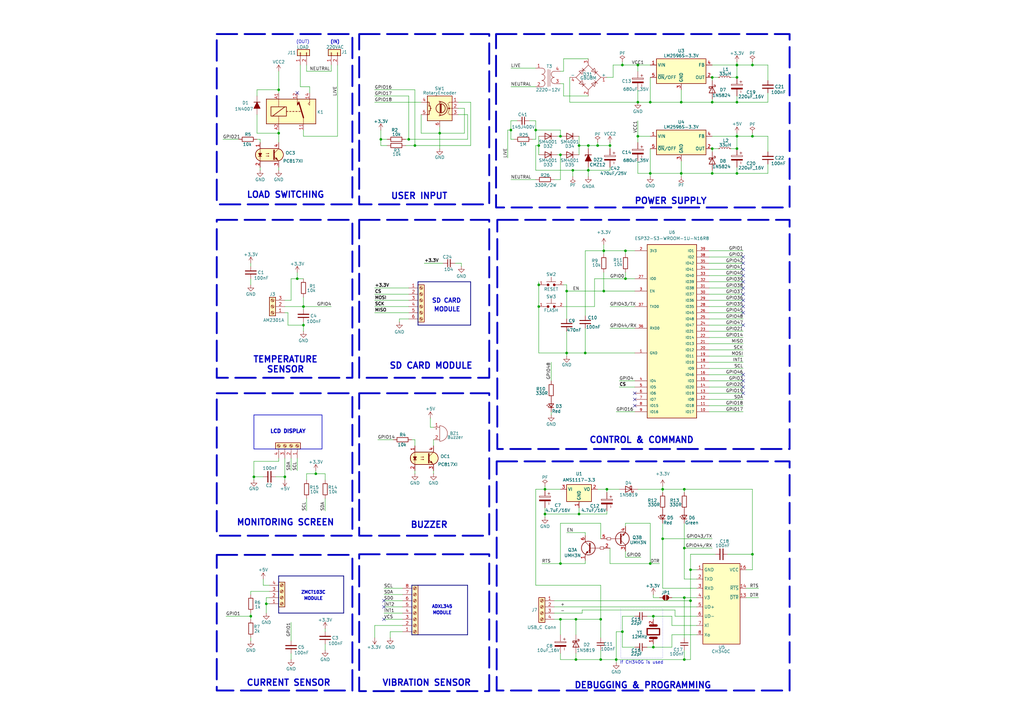
<source format=kicad_sch>
(kicad_sch (version 20250114) (generator "eeschema") (generator_version "9.0")
  (paper "A3")
  (rectangle (start 147.32 13.97) (end 200.66 83.82) (stroke (width 0.762) (type dash)))
  (rectangle (start 147.32 161.29) (end 200.66 219.71) (stroke (width 0.762) (type dash)))
  (rectangle (start 203.708 189.23) (end 323.85 283.21) (stroke (width 0.762) (type dash)))
  (rectangle (start 88.9 227.584) (end 144.526 283.21) (stroke (width 0.762) (type dash)))
  (rectangle (start 147.32 90.17) (end 200.66 154.94) (stroke (width 0.762) (type dash)))
  (rectangle (start 203.962 90.17) (end 323.85 184.15) (stroke (width 0.762) (type dash)))
  (rectangle (start 88.9 90.17) (end 144.526 154.94) (stroke (width 0.762) (type dash)))
  (rectangle (start 147.32 227.33) (end 200.66 283.464) (stroke (width 0.762) (type dash)))
  (rectangle (start 88.9 161.29) (end 144.526 219.71) (stroke (width 0.762) (type dash)))
  (rectangle (start 88.9 13.97) (end 144.526 83.82) (stroke (width 0.762) (type dash)))
  (rectangle (start 203.454 13.97) (end 323.85 85.09) (stroke (width 0.762) (type dash)))
  (text "VIBRATION SENSOR" (at 175.006 280.162 0) (effects (font (size 2.54 2.54) (thickness 0.508) (bold yes))))
  (text "DEBUGGING & PROGRAMMING" (at 263.652 281.178 0) (effects (font (size 2.54 2.54) (thickness 0.508) (bold yes))))
  (text "LOAD SWITCHING" (at 117.094 80.01 0) (effects (font (size 2.54 2.54) (thickness 0.508) (bold yes))))
  (text "CURRENT SENSOR" (at 118.364 280.162 0) (effects (font (size 2.54 2.54) (thickness 0.508) (bold yes))))
  (text "ADXL345" (at 181.356 248.92 0) (effects (font (size 1.27 1.27) (thickness 0.508) (bold yes))))
  (text "TEMPERATURE\nSENSOR" (at 117.094 149.606 0) (effects (font (size 2.54 2.54) (thickness 0.508) (bold yes))))
  (text "MODULE" (at 183.388 127 0) (effects (font (size 1.778 1.778) (thickness 0.3556) (bold yes))))
  (text "MODULE" (at 128.524 245.618 0) (effects (font (size 1.27 1.27) (thickness 0.508) (bold yes))))
  (text "(IN)" (at 137.414 17.272 0) (effects (font (size 1.27 1.27) (thickness 0.254) (bold yes))))
  (text "LCD DISPLAY" (at 118.11 177.038 0) (effects (font (size 1.5 1.5) (thickness 0.4) (bold yes))))
  (text "ZMCT103C" (at 128.524 243.078 0) (effects (font (size 1.27 1.27) (thickness 0.508) (bold yes))))
  (text "BUZZER" (at 176.022 215.392 0) (effects (font (size 2.54 2.54) (thickness 0.508) (bold yes))))
  (text "MODULE" (at 181.356 251.46 0) (effects (font (size 1.27 1.27) (thickness 0.508) (bold yes))))
  (text "SD CARD" (at 183.134 123.444 0) (effects (font (size 1.778 1.778) (thickness 0.3556) (bold yes))))
  (text "MONITORING SCREEN" (at 117.094 214.376 0) (effects (font (size 2.54 2.54) (thickness 0.508) (bold yes))))
  (text "If CH340G is used" (at 263.144 271.78 0) (effects (font (size 1.27 1.27))))
  (text "USER INPUT" (at 171.958 80.518 0) (effects (font (size 2.54 2.54) (thickness 0.508) (bold yes))))
  (text "POWER SUPPLY" (at 275.082 82.55 0) (effects (font (size 2.54 2.54) (thickness 0.508) (bold yes))))
  (text "CONTROL & COMMAND" (at 263.144 180.594 0) (effects (font (size 2.54 2.54) (thickness 0.508) (bold yes))))
  (text "(OUT)" (at 124.206 17.272 0) (effects (font (size 1.27 1.27))))
  (text "SD CARD MODULE" (at 176.784 150.114 0) (effects (font (size 2.54 2.54) (thickness 0.508) (bold yes))))
  (text_box "" (at 254.635 249.555 0) (size 17.145 20.32) (margins 0.9525 0.9525 0.9525 0.9525) (stroke (width 0) (type dot)) (effects (font (size 1.27 1.27)) (justify left top)))
  (text_box "" (at 104.14 170.18 0) (size 27.94 13.97) (margins 0.9525 0.9525 0.9525 0.9525) (stroke (width 0.254)) (effects (font (size 1.27 1.27)) (justify left top)))
  (junction (at 240.03 144.78))
  (junction (at 280.67 224.79))
  (junction (at 229.87 55.88))
  (junction (at 114.3 36.83))
  (junction (at 302.26 26.67))
  (junction (at 283.21 246.38))
  (junction (at 209.55 53.34))
  (junction (at 302.26 71.12))
  (junction (at 236.22 254))
  (junction (at 302.26 55.88))
  (junction (at 256.54 102.87))
  (junction (at 241.3 69.85))
  (junction (at 236.22 270.51))
  (junction (at 280.67 245.11))
  (junction (at 232.41 144.78))
  (junction (at 255.27 26.67))
  (junction (at 167.64 57.15))
  (junction (at 292.1 41.91))
  (junction (at 292.1 31.75))
  (junction (at 261.62 41.91))
  (junction (at 124.46 125.73))
  (junction (at 246.38 254))
  (junction (at 267.97 265.43))
  (junction (at 271.78 220.98))
  (junction (at 241.3 59.69))
  (junction (at 116.84 195.58))
  (junction (at 121.92 114.3))
  (junction (at 223.52 200.66))
  (junction (at 102.87 252.73))
  (junction (at 250.19 59.69))
  (junction (at 232.41 119.38))
  (junction (at 246.38 270.51))
  (junction (at 283.21 233.68))
  (junction (at 220.98 116.84))
  (junction (at 109.22 247.65))
  (junction (at 280.67 270.51))
  (junction (at 308.61 55.88))
  (junction (at 237.49 59.69))
  (junction (at 180.34 54.61))
  (junction (at 266.7 231.14))
  (junction (at 279.4 71.12))
  (junction (at 255.27 259.08))
  (junction (at 219.71 53.34))
  (junction (at 234.95 69.85))
  (junction (at 247.65 102.87))
  (junction (at 261.62 26.67))
  (junction (at 266.7 41.91))
  (junction (at 247.65 119.38))
  (junction (at 308.61 227.33))
  (junction (at 114.3 54.61))
  (junction (at 245.11 59.69))
  (junction (at 256.54 114.3))
  (junction (at 280.67 200.66))
  (junction (at 220.98 59.69))
  (junction (at 129.54 194.31))
  (junction (at 292.1 60.96))
  (junction (at 279.4 41.91))
  (junction (at 292.1 71.12))
  (junction (at 271.78 200.66))
  (junction (at 308.61 26.67))
  (junction (at 302.26 41.91))
  (junction (at 266.7 71.12))
  (junction (at 261.62 55.88))
  (junction (at 229.87 254))
  (junction (at 229.87 63.5))
  (junction (at 104.14 195.58))
  (junction (at 223.52 210.82))
  (junction (at 267.97 252.73))
  (junction (at 220.98 125.73))
  (junction (at 252.73 270.51))
  (junction (at 170.18 59.69))
  (junction (at 302.26 31.75))
  (junction (at 248.92 200.66))
  (junction (at 124.46 133.35))
  (junction (at 156.21 57.15))
  (junction (at 229.87 231.14))
  (junction (at 302.26 60.96))
  (junction (at 237.49 210.82))
  (no_connect (at 304.8 120.65))
  (no_connect (at 304.8 156.21))
  (no_connect (at 304.8 153.67))
  (no_connect (at 304.8 128.27))
  (no_connect (at 260.35 166.37))
  (no_connect (at 304.8 158.75))
  (no_connect (at 304.8 125.73))
  (no_connect (at 304.8 115.57))
  (no_connect (at 304.8 113.03))
  (no_connect (at 304.8 110.49))
  (no_connect (at 304.8 118.11))
  (no_connect (at 260.35 163.83))
  (no_connect (at 304.8 105.41))
  (no_connect (at 157.48 254))
  (no_connect (at 260.35 161.29))
  (no_connect (at 304.8 133.35))
  (no_connect (at 304.8 107.95))
  (no_connect (at 121.92 38.1))
  (no_connect (at 157.48 248.92))
  (no_connect (at 157.48 246.38))
  (no_connect (at 304.8 161.29))
  (no_connect (at 304.8 123.19))
  (wire (pts (xy 119.38 114.3) (xy 119.38 123.19)))
  (wire (pts (xy 314.96 41.91) (xy 302.26 41.91)))
  (wire (pts (xy 124.46 125.73) (xy 135.89 125.73)))
  (wire (pts (xy 232.41 218.44) (xy 240.03 218.44)))
  (wire (pts (xy 227.33 246.38) (xy 283.21 246.38)))
  (wire (pts (xy 290.83 118.11) (xy 304.8 118.11)))
  (wire (pts (xy 156.21 59.69) (xy 156.21 57.15)))
  (wire (pts (xy 123.19 26.67) (xy 123.19 35.56)))
  (wire (pts (xy 246.38 214.63) (xy 246.38 220.98)))
  (wire (pts (xy 290.83 128.27) (xy 304.8 128.27)))
  (wire (pts (xy 220.98 125.73) (xy 220.98 144.78)))
  (wire (pts (xy 302.26 39.37) (xy 302.26 41.91)))
  (wire (pts (xy 231.14 116.84) (xy 232.41 116.84)))
  (bus (pts (xy 191.77 240.03) (xy 191.77 260.35)))
  (wire (pts (xy 180.34 52.07) (xy 180.34 54.61)))
  (wire (pts (xy 248.92 200.66) (xy 254 200.66)))
  (bus (pts (xy 193.04 115.57) (xy 193.04 133.35)))
  (wire (pts (xy 167.64 39.37) (xy 167.64 57.15)))
  (wire (pts (xy 219.71 69.85) (xy 234.95 69.85)))
  (wire (pts (xy 290.83 135.89) (xy 304.8 135.89)))
  (wire (pts (xy 245.11 200.66) (xy 248.92 200.66)))
  (wire (pts (xy 153.67 123.19) (xy 167.64 123.19)))
  (wire (pts (xy 106.68 68.58) (xy 106.68 69.85)))
  (wire (pts (xy 290.83 130.81) (xy 304.8 130.81)))
  (wire (pts (xy 280.67 237.49) (xy 285.75 237.49)))
  (wire (pts (xy 209.55 57.15) (xy 210.82 57.15)))
  (wire (pts (xy 227.33 254) (xy 229.87 254)))
  (wire (pts (xy 153.67 120.65) (xy 167.64 120.65)))
  (wire (pts (xy 232.41 135.89) (xy 232.41 144.78)))
  (bus (pts (xy 171.45 115.57) (xy 171.45 133.35)))
  (wire (pts (xy 290.83 158.75) (xy 304.8 158.75)))
  (wire (pts (xy 234.95 69.85) (xy 234.95 72.39)))
  (wire (pts (xy 109.22 245.11) (xy 109.22 247.65)))
  (wire (pts (xy 248.92 200.66) (xy 248.92 201.93)))
  (wire (pts (xy 173.99 107.95) (xy 181.61 107.95)))
  (wire (pts (xy 250.19 134.62) (xy 260.35 134.62)))
  (wire (pts (xy 116.84 195.58) (xy 116.84 196.85)))
  (wire (pts (xy 187.96 41.91) (xy 193.04 41.91)))
  (wire (pts (xy 266.7 60.96) (xy 266.7 71.12)))
  (wire (pts (xy 226.06 148.59) (xy 226.06 156.21)))
  (wire (pts (xy 102.87 114.3) (xy 102.87 116.84)))
  (wire (pts (xy 275.59 256.54) (xy 285.75 256.54)))
  (wire (pts (xy 283.21 233.68) (xy 285.75 233.68)))
  (wire (pts (xy 220.98 115.57) (xy 220.98 116.84)))
  (wire (pts (xy 308.61 227.33) (xy 308.61 233.68)))
  (wire (pts (xy 157.48 246.38) (xy 165.1 246.38)))
  (wire (pts (xy 240.03 218.44) (xy 240.03 219.71)))
  (bus (pts (xy 114.3 251.46) (xy 140.97 251.46)))
  (wire (pts (xy 233.68 31.75) (xy 233.68 41.91)))
  (wire (pts (xy 290.83 148.59) (xy 304.8 148.59)))
  (wire (pts (xy 125.73 29.21) (xy 135.89 29.21)))
  (wire (pts (xy 314.96 55.88) (xy 308.61 55.88)))
  (wire (pts (xy 256.54 214.63) (xy 256.54 215.9)))
  (wire (pts (xy 124.46 53.34) (xy 124.46 55.88)))
  (wire (pts (xy 290.83 140.97) (xy 304.8 140.97)))
  (wire (pts (xy 114.3 53.34) (xy 114.3 54.61)))
  (wire (pts (xy 118.11 128.27) (xy 116.84 128.27)))
  (wire (pts (xy 255.27 259.08) (xy 255.27 265.43)))
  (wire (pts (xy 290.83 168.91) (xy 304.8 168.91)))
  (wire (pts (xy 119.38 123.19) (xy 116.84 123.19)))
  (wire (pts (xy 292.1 60.96) (xy 294.64 60.96)))
  (wire (pts (xy 124.46 125.73) (xy 124.46 127)))
  (wire (pts (xy 219.71 53.34) (xy 219.71 57.15)))
  (wire (pts (xy 255.27 25.4) (xy 255.27 26.67)))
  (wire (pts (xy 160.02 259.08) (xy 165.1 259.08)))
  (wire (pts (xy 237.49 208.28) (xy 237.49 210.82)))
  (wire (pts (xy 271.78 200.66) (xy 271.78 201.93)))
  (wire (pts (xy 187.96 44.45) (xy 190.5 44.45)))
  (wire (pts (xy 299.72 60.96) (xy 302.26 60.96)))
  (wire (pts (xy 236.22 267.97) (xy 236.22 270.51)))
  (wire (pts (xy 260.35 144.78) (xy 240.03 144.78)))
  (wire (pts (xy 135.89 26.67) (xy 135.89 29.21)))
  (wire (pts (xy 261.62 66.04) (xy 261.62 71.12)))
  (wire (pts (xy 261.62 26.67) (xy 261.62 29.21)))
  (wire (pts (xy 229.87 55.88) (xy 228.6 55.88)))
  (wire (pts (xy 302.26 26.67) (xy 308.61 26.67)))
  (wire (pts (xy 279.4 41.91) (xy 292.1 41.91)))
  (wire (pts (xy 153.67 41.91) (xy 172.72 41.91)))
  (wire (pts (xy 223.52 210.82) (xy 223.52 212.09)))
  (wire (pts (xy 243.84 114.3) (xy 243.84 125.73)))
  (wire (pts (xy 153.67 36.83) (xy 170.18 36.83)))
  (wire (pts (xy 302.26 55.88) (xy 308.61 55.88)))
  (wire (pts (xy 246.38 266.7) (xy 246.38 270.51)))
  (wire (pts (xy 153.67 125.73) (xy 167.64 125.73)))
  (wire (pts (xy 106.68 57.15) (xy 106.68 58.42)))
  (wire (pts (xy 302.26 26.67) (xy 302.26 25.4)))
  (wire (pts (xy 256.54 114.3) (xy 260.35 114.3)))
  (wire (pts (xy 118.11 133.35) (xy 118.11 128.27)))
  (wire (pts (xy 256.54 226.06) (xy 256.54 228.6)))
  (wire (pts (xy 102.87 252.73) (xy 102.87 254)))
  (wire (pts (xy 250.19 58.42) (xy 250.19 59.69)))
  (wire (pts (xy 209.55 49.53) (xy 209.55 53.34)))
  (wire (pts (xy 133.35 194.31) (xy 133.35 196.85)))
  (wire (pts (xy 219.71 53.34) (xy 229.87 53.34)))
  (wire (pts (xy 157.48 251.46) (xy 165.1 251.46)))
  (wire (pts (xy 223.52 199.39) (xy 223.52 200.66)))
  (wire (pts (xy 290.83 120.65) (xy 304.8 120.65)))
  (wire (pts (xy 241.3 68.58) (xy 241.3 69.85)))
  (wire (pts (xy 252.73 259.08) (xy 252.73 270.51)))
  (wire (pts (xy 275.59 245.11) (xy 280.67 245.11)))
  (wire (pts (xy 219.71 200.66) (xy 223.52 200.66)))
  (wire (pts (xy 279.4 71.12) (xy 292.1 71.12)))
  (wire (pts (xy 252.73 271.78) (xy 252.73 270.51)))
  (wire (pts (xy 227.33 248.92) (xy 285.75 248.92)))
  (wire (pts (xy 267.97 264.16) (xy 267.97 265.43)))
  (wire (pts (xy 228.6 63.5) (xy 229.87 63.5)))
  (wire (pts (xy 119.38 114.3) (xy 121.92 114.3)))
  (wire (pts (xy 298.45 227.33) (xy 308.61 227.33)))
  (wire (pts (xy 153.67 256.54) (xy 153.67 261.62)))
  (wire (pts (xy 158.75 57.15) (xy 156.21 57.15)))
  (wire (pts (xy 290.83 153.67) (xy 304.8 153.67)))
  (wire (pts (xy 248.92 209.55) (xy 248.92 210.82)))
  (wire (pts (xy 306.07 233.68) (xy 308.61 233.68)))
  (wire (pts (xy 229.87 267.97) (xy 229.87 270.51)))
  (wire (pts (xy 292.1 55.88) (xy 302.26 55.88)))
  (wire (pts (xy 166.37 57.15) (xy 167.64 57.15)))
  (wire (pts (xy 283.21 233.68) (xy 283.21 246.38)))
  (wire (pts (xy 107.95 237.49) (xy 107.95 240.03)))
  (wire (pts (xy 308.61 26.67) (xy 308.61 25.4)))
  (wire (pts (xy 177.8 193.04) (xy 177.8 194.31)))
  (wire (pts (xy 129.54 193.04) (xy 129.54 194.31)))
  (wire (pts (xy 229.87 270.51) (xy 236.22 270.51)))
  (wire (pts (xy 261.62 55.88) (xy 261.62 58.42)))
  (wire (pts (xy 105.41 39.37) (xy 105.41 36.83)))
  (wire (pts (xy 231.14 34.29) (xy 231.14 39.37)))
  (wire (pts (xy 246.38 270.51) (xy 252.73 270.51)))
  (wire (pts (xy 256.54 102.87) (xy 256.54 104.14)))
  (wire (pts (xy 292.1 41.91) (xy 302.26 41.91)))
  (wire (pts (xy 280.67 245.11) (xy 280.67 261.62)))
  (wire (pts (xy 121.92 111.76) (xy 121.92 114.3)))
  (wire (pts (xy 104.14 195.58) (xy 104.14 196.85)))
  (wire (pts (xy 156.21 53.34) (xy 156.21 57.15)))
  (wire (pts (xy 92.71 252.73) (xy 102.87 252.73)))
  (wire (pts (xy 276.86 252.73) (xy 285.75 252.73)))
  (wire (pts (xy 234.95 69.85) (xy 241.3 69.85)))
  (wire (pts (xy 266.7 71.12) (xy 279.4 71.12)))
  (wire (pts (xy 231.14 24.13) (xy 241.3 24.13)))
  (wire (pts (xy 170.18 182.88) (xy 170.18 180.34)))
  (wire (pts (xy 279.4 71.12) (xy 279.4 72.39)))
  (wire (pts (xy 223.52 200.66) (xy 229.87 200.66)))
  (wire (pts (xy 290.83 146.05) (xy 304.8 146.05)))
  (wire (pts (xy 280.67 224.79) (xy 280.67 237.49)))
  (wire (pts (xy 232.41 119.38) (xy 232.41 130.81)))
  (wire (pts (xy 191.77 46.99) (xy 187.96 46.99)))
  (wire (pts (xy 138.43 26.67) (xy 138.43 55.88)))
  (wire (pts (xy 306.07 245.11) (xy 311.15 245.11)))
  (wire (pts (xy 157.48 248.92) (xy 165.1 248.92)))
  (wire (pts (xy 271.78 220.98) (xy 271.78 241.3)))
  (wire (pts (xy 266.7 41.91) (xy 279.4 41.91)))
  (wire (pts (xy 163.83 132.08) (xy 163.83 130.81)))
  (wire (pts (xy 267.97 245.11) (xy 270.51 245.11)))
  (wire (pts (xy 168.91 180.34) (xy 170.18 180.34)))
  (wire (pts (xy 121.92 187.96) (xy 121.92 193.04)))
  (wire (pts (xy 113.03 195.58) (xy 116.84 195.58)))
  (wire (pts (xy 226.06 168.91) (xy 226.06 170.18)))
  (wire (pts (xy 177.8 180.34) (xy 177.8 182.88)))
  (wire (pts (xy 271.78 220.98) (xy 292.1 220.98)))
  (wire (pts (xy 255.27 265.43) (xy 260.35 265.43)))
  (wire (pts (xy 127 35.56) (xy 127 38.1)))
  (wire (pts (xy 275.59 260.35) (xy 275.59 265.43)))
  (wire (pts (xy 102.87 107.95) (xy 102.87 109.22)))
  (wire (pts (xy 280.67 200.66) (xy 308.61 200.66)))
  (wire (pts (xy 275.59 260.35) (xy 285.75 260.35)))
  (wire (pts (xy 176.53 171.45) (xy 176.53 175.26)))
  (wire (pts (xy 290.83 107.95) (xy 304.8 107.95)))
  (wire (pts (xy 308.61 55.88) (xy 308.61 54.61)))
  (wire (pts (xy 261.62 55.88) (xy 266.7 55.88)))
  (wire (pts (xy 156.21 59.69) (xy 158.75 59.69)))
  (wire (pts (xy 129.54 194.31) (xy 133.35 194.31)))
  (wire (pts (xy 267.97 252.73) (xy 275.59 252.73)))
  (wire (pts (xy 153.67 118.11) (xy 167.64 118.11)))
  (wire (pts (xy 302.26 55.88) (xy 302.26 54.61)))
  (wire (pts (xy 299.72 31.75) (xy 302.26 31.75)))
  (wire (pts (xy 109.22 247.65) (xy 110.49 247.65)))
  (wire (pts (xy 219.71 59.69) (xy 219.71 69.85)))
  (wire (pts (xy 290.83 115.57) (xy 304.8 115.57)))
  (wire (pts (xy 279.4 66.04) (xy 279.4 71.12)))
  (wire (pts (xy 102.87 251.46) (xy 102.87 252.73)))
  (wire (pts (xy 125.73 204.47) (xy 125.73 209.55)))
  (wire (pts (xy 209.55 73.66) (xy 219.71 73.66)))
  (wire (pts (xy 314.96 71.12) (xy 302.26 71.12)))
  (wire (pts (xy 252.73 259.08) (xy 255.27 259.08)))
  (wire (pts (xy 250.19 59.69) (xy 250.19 60.96)))
  (wire (pts (xy 190.5 44.45) (xy 190.5 54.61)))
  (bus (pts (xy 140.97 251.46) (xy 140.97 236.22)))
  (wire (pts (xy 251.46 26.67) (xy 255.27 26.67)))
  (wire (pts (xy 271.78 241.3) (xy 285.75 241.3)))
  (wire (pts (xy 261.62 200.66) (xy 271.78 200.66)))
  (wire (pts (xy 220.98 55.88) (xy 220.98 59.69)))
  (wire (pts (xy 170.18 59.69) (xy 193.04 59.69)))
  (wire (pts (xy 236.22 254) (xy 236.22 260.35)))
  (wire (pts (xy 102.87 243.84) (xy 102.87 242.57)))
  (bus (pts (xy 168.91 240.03) (xy 191.77 240.03)))
  (wire (pts (xy 283.21 246.38) (xy 283.21 270.51)))
  (wire (pts (xy 256.54 214.63) (xy 266.7 214.63)))
  (wire (pts (xy 229.87 231.14) (xy 240.03 231.14)))
  (wire (pts (xy 133.35 257.81) (xy 133.35 259.08)))
  (wire (pts (xy 267.97 252.73) (xy 267.97 254)))
  (wire (pts (xy 247.65 102.87) (xy 256.54 102.87)))
  (wire (pts (xy 261.62 36.83) (xy 261.62 41.91)))
  (wire (pts (xy 266.7 72.39) (xy 266.7 71.12)))
  (wire (pts (xy 283.21 227.33) (xy 283.21 233.68)))
  (wire (pts (xy 219.71 57.15) (xy 218.44 57.15)))
  (wire (pts (xy 237.49 59.69) (xy 237.49 63.5)))
  (wire (pts (xy 290.83 110.49) (xy 304.8 110.49)))
  (wire (pts (xy 170.18 193.04) (xy 170.18 194.31)))
  (wire (pts (xy 209.55 53.34) (xy 208.28 53.34)))
  (wire (pts (xy 240.03 144.78) (xy 232.41 144.78)))
  (wire (pts (xy 238.76 250.19) (xy 238.76 251.46)))
  (wire (pts (xy 124.46 135.89) (xy 124.46 133.35)))
  (wire (pts (xy 292.1 71.12) (xy 292.1 69.85)))
  (bus (pts (xy 191.77 260.35) (xy 168.91 260.35)))
  (wire (pts (xy 256.54 111.76) (xy 256.54 114.3)))
  (wire (pts (xy 124.46 133.35) (xy 118.11 133.35)))
  (wire (pts (xy 290.83 163.83) (xy 304.8 163.83)))
  (wire (pts (xy 232.41 116.84) (xy 232.41 119.38)))
  (bus (pts (xy 193.04 133.35) (xy 171.45 133.35)))
  (wire (pts (xy 220.98 116.84) (xy 220.98 125.73)))
  (wire (pts (xy 189.23 107.95) (xy 189.23 109.22)))
  (wire (pts (xy 237.49 210.82) (xy 248.92 210.82)))
  (wire (pts (xy 172.72 54.61) (xy 180.34 54.61)))
  (wire (pts (xy 229.87 29.21) (xy 231.14 29.21)))
  (wire (pts (xy 114.3 29.21) (xy 114.3 36.83)))
  (wire (pts (xy 280.67 200.66) (xy 280.67 201.93)))
  (wire (pts (xy 265.43 265.43) (xy 267.97 265.43)))
  (wire (pts (xy 231.14 29.21) (xy 231.14 24.13)))
  (wire (pts (xy 292.1 71.12) (xy 302.26 71.12)))
  (wire (pts (xy 114.3 189.23) (xy 114.3 187.96)))
  (wire (pts (xy 229.87 214.63) (xy 246.38 214.63)))
  (wire (pts (xy 219.71 49.53) (xy 219.71 53.34)))
  (wire (pts (xy 292.1 26.67) (xy 302.26 26.67)))
  (wire (pts (xy 222.25 231.14) (xy 229.87 231.14)))
  (wire (pts (xy 229.87 63.5) (xy 229.87 73.66)))
  (wire (pts (xy 180.34 54.61) (xy 180.34 60.96)))
  (wire (pts (xy 314.96 38.1) (xy 314.96 41.91)))
  (wire (pts (xy 160.02 261.62) (xy 160.02 259.08)))
  (wire (pts (xy 104.14 189.23) (xy 104.14 195.58)))
  (wire (pts (xy 255.27 252.73) (xy 255.27 259.08)))
  (wire (pts (xy 251.46 26.67) (xy 251.46 31.75)))
  (wire (pts (xy 170.18 36.83) (xy 170.18 59.69)))
  (wire (pts (xy 125.73 196.85) (xy 125.73 194.31)))
  (wire (pts (xy 236.22 270.51) (xy 246.38 270.51)))
  (wire (pts (xy 245.11 58.42) (xy 245.11 59.69)))
  (wire (pts (xy 302.26 68.58) (xy 302.26 71.12)))
  (wire (pts (xy 219.71 240.03) (xy 246.38 240.03)))
  (wire (pts (xy 283.21 227.33) (xy 293.37 227.33)))
  (wire (pts (xy 250.19 231.14) (xy 266.7 231.14)))
  (wire (pts (xy 292.1 31.75) (xy 294.64 31.75)))
  (wire (pts (xy 267.97 243.84) (xy 267.97 245.11)))
  (wire (pts (xy 157.48 241.3) (xy 165.1 241.3)))
  (bus (pts (xy 168.91 240.03) (xy 168.91 260.35)))
  (wire (pts (xy 107.95 240.03) (xy 110.49 240.03)))
  (wire (pts (xy 114.3 54.61) (xy 114.3 58.42)))
  (wire (pts (xy 232.41 119.38) (xy 247.65 119.38)))
  (wire (pts (xy 241.3 72.39) (xy 241.3 69.85)))
  (wire (pts (xy 104.14 189.23) (xy 114.3 189.23)))
  (wire (pts (xy 280.67 266.7) (xy 280.67 270.51)))
  (wire (pts (xy 271.78 200.66) (xy 280.67 200.66)))
  (wire (pts (xy 180.34 54.61) (xy 190.5 54.61)))
  (wire (pts (xy 116.84 187.96) (xy 116.84 195.58)))
  (wire (pts (xy 280.67 214.63) (xy 280.67 224.79)))
  (wire (pts (xy 219.71 200.66) (xy 219.71 240.03)))
  (wire (pts (xy 261.62 41.91) (xy 266.7 41.91)))
  (wire (pts (xy 209.55 35.56) (xy 219.71 35.56)))
  (wire (pts (xy 252.73 270.51) (xy 280.67 270.51)))
  (wire (pts (xy 290.83 161.29) (xy 304.8 161.29)))
  (wire (pts (xy 163.83 130.81) (xy 167.64 130.81)))
  (wire (pts (xy 290.83 125.73) (xy 304.8 125.73)))
  (wire (pts (xy 229.87 34.29) (xy 231.14 34.29)))
  (wire (pts (xy 116.84 125.73) (xy 124.46 125.73)))
  (wire (pts (xy 243.84 114.3) (xy 256.54 114.3)))
  (wire (pts (xy 250.19 224.79) (xy 250.19 231.14)))
  (wire (pts (xy 280.67 270.51) (xy 283.21 270.51)))
  (wire (pts (xy 109.22 247.65) (xy 109.22 251.46)))
  (wire (pts (xy 252.73 168.91) (xy 260.35 168.91)))
  (wire (pts (xy 119.38 187.96) (xy 119.38 193.04)))
  (wire (pts (xy 247.65 102.87) (xy 247.65 104.14)))
  (wire (pts (xy 290.83 138.43) (xy 304.8 138.43)))
  (wire (pts (xy 292.1 31.75) (xy 292.1 33.02)))
  (wire (pts (xy 125.73 26.67) (xy 125.73 29.21)))
  (wire (pts (xy 121.92 114.3) (xy 124.46 114.3)))
  (wire (pts (xy 275.59 252.73) (xy 275.59 256.54)))
  (wire (pts (xy 176.53 175.26) (xy 177.8 175.26)))
  (wire (pts (xy 153.67 256.54) (xy 165.1 256.54)))
  (wire (pts (xy 229.87 254) (xy 236.22 254)))
  (wire (pts (xy 290.83 123.19) (xy 304.8 123.19)))
  (wire (pts (xy 236.22 254) (xy 246.38 254)))
  (wire (pts (xy 166.37 59.69) (xy 170.18 59.69)))
  (wire (pts (xy 256.54 102.87) (xy 260.35 102.87)))
  (wire (pts (xy 114.3 36.83) (xy 114.3 38.1)))
  (wire (pts (xy 241.3 59.69) (xy 241.3 60.96)))
  (wire (pts (xy 125.73 194.31) (xy 129.54 194.31)))
  (wire (pts (xy 255.27 252.73) (xy 260.35 252.73)))
  (wire (pts (xy 232.41 144.78) (xy 220.98 144.78)))
  (wire (pts (xy 102.87 261.62) (xy 102.87 262.89)))
  (wire (pts (xy 250.19 68.58) (xy 250.19 69.85)))
  (wire (pts (xy 124.46 121.92) (xy 124.46 125.73)))
  (wire (pts (xy 220.98 59.69) (xy 220.98 63.5)))
  (wire (pts (xy 133.35 204.47) (xy 133.35 209.55)))
  (wire (pts (xy 256.54 228.6) (xy 262.89 228.6)))
  (wire (pts (xy 208.28 53.34) (xy 208.28 64.77)))
  (wire (pts (xy 255.27 26.67) (xy 261.62 26.67)))
  (wire (pts (xy 250.19 125.73) (xy 260.35 125.73)))
  (wire (pts (xy 302.26 26.67) (xy 302.26 31.75)))
  (wire (pts (xy 292.1 60.96) (xy 292.1 62.23)))
  (wire (pts (xy 232.41 144.78) (xy 232.41 146.05)))
  (wire (pts (xy 241.3 69.85) (xy 250.19 69.85)))
  (wire (pts (xy 133.35 264.16) (xy 133.35 266.7)))
  (wire (pts (xy 302.26 55.88) (xy 302.26 60.96)))
  (wire (pts (xy 266.7 214.63) (xy 266.7 231.14)))
  (wire (pts (xy 231.14 125.73) (xy 243.84 125.73)))
  (wire (pts (xy 186.69 107.95) (xy 189.23 107.95)))
  (wire (pts (xy 240.03 229.87) (xy 240.03 231.14)))
  (wire (pts (xy 124.46 55.88) (xy 138.43 55.88)))
  (wire (pts (xy 247.65 119.38) (xy 260.35 119.38)))
  (wire (pts (xy 105.41 46.99) (xy 105.41 54.61)))
  (wire (pts (xy 290.83 143.51) (xy 304.8 143.51)))
  (wire (pts (xy 209.55 53.34) (xy 209.55 57.15)))
  (wire (pts (xy 223.52 208.28) (xy 223.52 210.82)))
  (wire (pts (xy 209.55 27.94) (xy 219.71 27.94)))
  (wire (pts (xy 237.49 59.69) (xy 241.3 59.69)))
  (wire (pts (xy 127 35.56) (xy 123.19 35.56)))
  (wire (pts (xy 124.46 132.08) (xy 124.46 133.35)))
  (wire (pts (xy 245.11 59.69) (xy 250.19 59.69)))
  (wire (pts (xy 266.7 31.75) (xy 266.7 41.91)))
  (wire (pts (xy 238.76 250.19) (xy 276.86 250.19)))
  (wire (pts (xy 223.52 210.82) (xy 237.49 210.82)))
  (wire (pts (xy 209.55 49.53) (xy 212.09 49.53)))
  (wire (pts (xy 229.87 214.63) (xy 229.87 231.14)))
  (wire (pts (xy 114.3 68.58) (xy 114.3 69.85)))
  (wire (pts (xy 271.78 199.39) (xy 271.78 200.66)))
  (wire (pts (xy 231.14 39.37) (xy 241.3 39.37)))
  (wire (pts (xy 191.77 57.15) (xy 191.77 46.99)))
  (wire (pts (xy 265.43 252.73) (xy 267.97 252.73)))
  (wire (pts (xy 172.72 46.99) (xy 172.72 54.61)))
  (wire (pts (xy 279.4 36.83) (xy 279.4 41.91)))
  (wire (pts (xy 308.61 200.66) (xy 308.61 227.33)))
  (wire (pts (xy 247.65 111.76) (xy 247.65 119.38)))
  (wire (pts (xy 227.33 251.46) (xy 238.76 251.46)))
  (wire (pts (xy 290.83 156.21) (xy 304.8 156.21)))
  (wire (pts (xy 290.83 102.87) (xy 304.8 102.87)))
  (wire (pts (xy 240.03 102.87) (xy 240.03 129.54)))
  (wire (pts (xy 261.62 26.67) (xy 266.7 26.67)))
  (wire (pts (xy 261.62 71.12) (xy 266.7 71.12)))
  (wire (pts (xy 229.87 254) (xy 229.87 260.35)))
  (wire (pts (xy 193.04 41.91) (xy 193.04 59.69)))
  (wire (pts (xy 105.41 57.15) (xy 106.68 57.15)))
  (wire (pts (xy 280.67 245.11) (xy 285.75 245.11)))
  (wire (pts (xy 246.38 240.03) (xy 246.38 254)))
  (wire (pts (xy 105.41 54.61) (xy 114.3 54.61)))
  (bus (pts (xy 171.45 115.57) (xy 193.04 115.57)))
  (bus (pts (xy 114.3 236.22) (xy 114.3 251.46)))
  (wire (pts (xy 91.44 57.15) (xy 97.79 57.15)))
  (wire (pts (xy 119.38 267.97) (xy 119.38 270.51)))
  (wire (pts (xy 306.07 241.3) (xy 311.15 241.3)))
  (wire (pts (xy 157.48 243.84) (xy 165.1 243.84)))
  (wire (pts (xy 276.86 250.19) (xy 276.86 252.73)))
  (wire (pts (xy 157.48 254) (xy 165.1 254)))
  (wire (pts (xy 292.1 41.91) (xy 292.1 40.64)))
  (wire (pts (xy 261.62 49.53) (xy 261.62 55.88)))
  (wire (pts (xy 227.33 73.66) (xy 229.87 73.66)))
  (wire (pts (xy 271.78 214.63) (xy 271.78 220.98)))
  (wire (pts (xy 314.96 26.67) (xy 308.61 26.67)))
  (wire (pts (xy 247.65 100.33) (xy 247.65 102.87)))
  (wire (pts (xy 237.49 55.88) (xy 237.49 59.69)))
  (bus (pts (xy 114.3 236.22) (xy 140.97 236.22)))
  (wire (pts (xy 240.03 102.87) (xy 247.65 102.87)))
  (wire (pts (xy 240.03 134.62) (xy 240.03 144.78)))
  (wire (pts (xy 110.49 245.11) (xy 109.22 245.11)))
  (wire (pts (xy 267.97 265.43) (xy 275.59 265.43)))
  (wire (pts (xy 290.83 133.35) (xy 304.8 133.35)))
  (wire (pts (xy 290.83 113.03) (xy 304.8 113.03)))
  (wire (pts (xy 102.87 242.57) (xy 110.49 242.57)))
  (wire (pts (xy 254 156.21) (xy 260.35 156.21)))
  (wire (pts (xy 280.67 224.79) (xy 292.1 224.79)))
  (wire (pts (xy 167.64 57.15) (xy 191.77 57.15)))
  (wire (pts (xy 119.38 255.27) (xy 119.38 262.89)))
  (wire (pts (xy 153.67 39.37) (xy 167.64 39.37)))
  (wire (pts (xy 104.14 195.58) (xy 107.95 195.58)))
  (wire (pts (xy 290.83 151.13) (xy 304.8 151.13)))
  (wire (pts (xy 105.41 36.83) (xy 114.3 36.83)))
  (wire (pts (xy 248.92 31.75) (xy 251.46 31.75)))
  (wire (pts (xy 229.87 53.34) (xy 229.87 55.88)))
  (wire (pts (xy 314.96 67.31) (xy 314.96 71.12)))
  (wire (pts (xy 290.83 105.41) (xy 304.8 105.41)))
  (wire (pts (xy 314.96 62.23) (xy 314.96 55.88)))
  (wire (pts (xy 241.3 59.69) (xy 245.11 59.69)))
  (wire (pts (xy 233.68 41.91) (xy 261.62 41.91)))
  (wire (pts (xy 154.94 180.34) (xy 161.29 180.34)))
  (wire (pts (xy 219.71 59.69) (xy 220.98 59.69)))
  (wire (pts (xy 254 158.75) (xy 260.35 158.75)))
  (wire (pts (xy 266.7 231.14) (xy 270.51 231.14)))
  (wire (pts (xy 217.17 49.53) (xy 219.71 49.53)))
  (wire (pts (xy 246.38 254) (xy 246.38 261.62)))
  (wire (pts (xy 290.83 166.37) (xy 304.8 166.37)))
  (wire (pts (xy 153.67 128.27) (xy 167.64 128.27)))
  (wire (pts (xy 314.96 33.02) (xy 314.96 26.67)))
  (label "GPIO21" (at 91.44 57.15 0))
  (label "VCS" (at 157.48 254 0))
  (label "GPIO14" (at 304.8 138.43 180))
  (label "GPIO47" (at 304.8 133.35 180))
  (label "GPIO48" (at 304.8 130.81 180))
  (label "MOSI" (at 304.8 146.05 180))
  (label "SDA" (at 133.35 209.55 90))
  (label "RTS" (at 222.25 231.14 0))
  (label "GPIO16" (at 252.73 168.91 0))
  (label "GPIO4" (at 135.89 125.73 180))
  (label "GPIO17" (at 304.8 168.91 180))
  (label "GPIO44{slash}RX" (at 250.19 134.62 0))
  (label "DTR" (at 311.15 245.11 180))
  (label "MISO" (at 304.8 140.97 180))
  (label "NEUTRAL" (at 127 29.21 0))
  (label "SCK" (at 304.8 143.51 180))
  (label "GPIO36" (at 304.8 123.19 180))
  (label "+3.3V" (at 173.99 107.95 0) (effects (font (thickness 0.254) (bold yes))))
  (label "GPIO17" (at 153.67 39.37 0))
  (label "GPIO40" (at 304.8 113.03 180))
  (label "GPIO14" (at 154.94 180.34 0))
  (label "INT1" (at 157.48 251.46 0))
  (label "GPIO38" (at 304.8 118.11 180))
  (label "SDA" (at 157.48 243.84 0))
  (label "GPIO16" (at 153.67 36.83 0))
  (label "SD0" (at 157.48 246.38 0))
  (label "GPIO1" (at 304.8 102.87 180))
  (label "GPIO41" (at 304.8 110.49 180))
  (label "GPIO18" (at 153.67 41.91 0))
  (label "SDA" (at 304.8 163.83 180))
  (label "NEUTRAL" (at 209.55 73.66 0))
  (label "SDA" (at 119.38 193.04 90))
  (label "GPIO48" (at 226.06 148.59 270))
  (label "+" (at 229.87 248.92 0))
  (label "GPIO35" (at 304.8 125.73 180))
  (label "GPIO46" (at 304.8 153.67 180))
  (label "LIVE" (at 209.55 27.94 0))
  (label "EN" (at 234.95 119.38 0))
  (label "RTS" (at 311.15 241.3 180))
  (label "GPIO0" (at 250.19 114.3 0))
  (label "GPIO21" (at 304.8 135.89 180))
  (label "GPIO4" (at 254 156.21 0))
  (label "GPIO1" (at 119.38 255.27 270))
  (label "SCL" (at 304.8 151.13 180))
  (label "INT2" (at 157.48 248.92 0))
  (label "SCL" (at 121.92 193.04 90))
  (label "GPIO43{slash}TX" (at 292.1 220.98 180))
  (label "VCC1" (at 261.62 49.53 270))
  (label "GPIO44{slash}RX" (at 292.1 224.79 180))
  (label "GPIO39" (at 304.8 115.57 180))
  (label "VCC1" (at 259.08 26.67 0))
  (label "NEUTRAL" (at 209.55 35.56 0))
  (label "MOSI" (at 153.67 123.19 0) (effects (font (thickness 0.254) (bold yes))))
  (label "GPIO42" (at 304.8 107.95 180))
  (label "CS" (at 254 158.75 0) (effects (font (thickness 0.254) (bold yes))))
  (label "GPIO19" (at 304.8 161.29 180))
  (label "GPIO20" (at 304.8 158.75 180))
  (label "INT1" (at 304.8 148.59 180))
  (label "GPIO45" (at 304.8 128.27 180))
  (label "GPIO3" (at 304.8 156.21 180))
  (label "GPIO37" (at 304.8 120.65 180))
  (label "CS" (at 153.67 120.65 0) (effects (font (thickness 0.254) (bold yes))))
  (label "GPIO0" (at 262.89 228.6 180))
  (label "+3.3V" (at 153.67 118.11 0) (effects (font (thickness 0.254) (bold yes))))
  (label "DTR" (at 270.51 231.14 180))
  (label "-" (at 229.87 251.46 0))
  (label "EN" (at 232.41 218.44 0))
  (label "LIVE" (at 138.43 39.37 90))
  (label "SCL" (at 125.73 209.55 90))
  (label "GPIO2" (at 304.8 105.41 180))
  (label "GPIO1" (at 92.71 252.73 0))
  (label "GPIO43{slash}TX" (at 250.19 125.73 0))
  (label "SCL" (at 157.48 241.3 0))
  (label "GPIO18" (at 304.8 166.37 180))
  (label "LIVE" (at 208.28 64.77 90))
  (label "MISO" (at 153.67 128.27 0) (effects (font (thickness 0.254) (bold yes))))
  (label "SCK" (at 153.67 125.73 0) (effects (font (thickness 0.254) (bold yes))))
  (symbol (lib_id "PCM_SL_Resistors:1M") (at 271.78 205.74 270) (unit 1)
    (property "Reference" "R12" (at 269.494 205.232 90) (effects (justify right)))
    (property "Value" "330R" (at 270.764 207.01 90) (effects (justify right)))
    (property "Footprint" "Resistor_SMD:R_0805_2012Metric" (effects (hide yes)))
    (property "Description" "1MΩ, 1/4W Resistor" (effects (hide yes)))
  )
  (symbol (lib_id "PCM_SL_Capacitors:104_Ceramic") (at 133.35 261.62 90) (unit 1)
    (property "Reference" "C3" (at 136.144 261.62 90) (effects (justify right)))
    (property "Value" "100nF" (at 134.62 263.906 90) (effects (justify right)))
    (property "Footprint" "Capacitor_SMD:C_0805_2012Metric_Pad1.18x1.45mm_HandSolder" (effects (hide yes)))
    (property "Description" "100nF Ceramic Capacitor" (effects (hide yes)))
  )
  (symbol (lib_id "power:GND") (at 124.46 135.89 0) (unit 1)
    (property "Reference" "#PWR011" (effects (hide yes)))
    (property "Value" "GND" (at 124.46 139.7 0))
    (property "Description" "Power symbol creates a global label with name \"GND\" , ground" (effects (hide yes)))
  )
  (symbol (lib_id "PCM_SL_Resistors:10k") (at 162.56 57.15 180) (unit 1)
    (property "Reference" "R2" (at 160.528 53.34 0) (effects (justify right)))
    (property "Value" "10k" (at 160.782 55.118 0) (effects (justify right)))
    (property "Footprint" "Resistor_SMD:R_0805_2012Metric" (effects (hide yes)))
    (property "Description" "10kΩ, 1/4W Resistor" (effects (hide yes)))
  )
  (symbol (lib_id "power:+5V") (at 302.26 54.61 0) (unit 1)
    (property "Reference" "#PWR035" (effects (hide yes)))
    (property "Value" "+5V" (at 302.26 50.8 0))
    (property "Description" "Power symbol creates a global label with name \"+5V\"" (effects (hide yes)))
  )
  (symbol (lib_id "Diode:SM4001") (at 233.68 55.88 180) (unit 1)
    (property "Reference" "D34" (at 233.68 59.944 0))
    (property "Value" "SM4001" (at 233.68 58.166 0))
    (property "Footprint" "Diode_SMD:D_SMA" (effects (hide yes)))
    (property "Datasheet" "http://cdn-reichelt.de/documents/datenblatt/A400/SMD1N400%23DIO.pdf" (effects (hide yes)))
    (property "Description" "50V 1A General Purpose Rectifier Diode, MELF" (effects (hide yes)))
    (property "Sim.Device" "D" (effects (hide yes)))
    (property "Sim.Pins" "1=K 2=A" (effects (hide yes)))
  )
  (symbol (lib_id "power:GNDA") (at 241.3 72.39 0) (unit 1)
    (property "Reference" "#PWR060" (effects (hide yes)))
    (property "Value" "GNDA" (at 241.3 76.454 0))
    (property "Description" "Power symbol creates a global label with name \"GNDA\" , analog ground" (effects (hide yes)))
  )
  (symbol (lib_id "Diode:1N5819") (at 236.22 264.16 270) (unit 1)
    (property "Reference" "D2" (at 239.268 264.414 90) (effects (justify left)))
    (property "Value" "1N5819" (at 236.474 266.7 90) (effects (justify left)))
    (property "Footprint" "Diode_SMD:D_SMA" (effects (hide yes)))
    (property "Datasheet" "http://www.vishay.com/docs/88525/1n5817.pdf" (effects (hide yes)))
    (property "Description" "40V 1A Schottky Barrier Rectifier Diode, DO-41" (effects (hide yes)))
  )
  (symbol (lib_id "power:GND") (at 160.02 261.62 0) (unit 1)
    (property "Reference" "#PWR049" (effects (hide yes)))
    (property "Value" "GND" (at 160.02 265.43 0))
    (property "Description" "Power symbol creates a global label with name \"GND\" , ground" (effects (hide yes)))
  )
  (symbol (lib_id "Device:L_Small") (at 297.18 31.75 90) (unit 1)
    (property "Reference" "L1" (at 297.688 28.448 90))
    (property "Value" "33uH" (at 297.434 30.226 90))
    (property "Footprint" "Inductor_SMD:L_12x12mm_H6mm" (effects (hide yes)))
    (property "Description" "Inductor, small symbol" (effects (hide yes)))
  )
  (symbol (lib_id "PCM_SL_Devices:Push_Button") (at 226.06 125.73 0) (unit 1)
    (property "Reference" "SW3" (at 226.06 121.666 0))
    (property "Value" "FLASH" (at 226.06 127.254 0))
    (property "Footprint" "Button_Switch_SMD:SW_SPST_CK_KXT3" (effects (hide yes)))
    (property "Description" "Common 6mmx6mm Push Button" (effects (hide yes)))
  )
  (symbol (lib_id "PCM_SL_Resistors:10k") (at 165.1 180.34 0) (unit 1)
    (property "Reference" "R4" (at 163.83 178.308 0) (effects (justify left)))
    (property "Value" "10k" (at 163.068 182.372 0) (effects (justify left)))
    (property "Footprint" "Resistor_SMD:R_0805_2012Metric" (effects (hide yes)))
    (property "Description" "10kΩ, 1/4W Resistor" (effects (hide yes)))
  )
  (symbol (lib_id "power:PWR_FLAG") (at 308.61 54.61 0) (unit 1)
    (property "Reference" "#FLG06" (effects (hide yes)))
    (property "Value" "PF" (at 308.61 51.054 0))
    (property "Description" "Special symbol for telling ERC where power comes from" (effects (hide yes)))
  )
  (symbol (lib_id "Connector:Screw_Terminal_01x04") (at 222.25 248.92 0) (mirror y) (unit 1)
    (property "Reference" "J7" (at 219.202 250.19 0))
    (property "Value" "USB_C Conn" (at 222.25 257.302 0))
    (property "Footprint" "Connector_PinHeader_2.54mm:PinHeader_1x04_P2.54mm_Vertical" (effects (hide yes)))
    (property "Description" "Generic screw terminal, single row, 01x04, script generated (kicad-library-utils/schlib/autogen/connector/)" (effects (hide yes)))
  )
  (symbol (lib_id "power:GND") (at 133.35 266.7 0) (unit 1)
    (property "Reference" "#PWR015" (effects (hide yes)))
    (property "Value" "GND" (at 133.35 270.51 0))
    (property "Description" "Power symbol creates a global label with name \"GND\" , ground" (effects (hide yes)))
  )
  (symbol (lib_id "SparkFun-LED:LED_Red_0603") (at 226.06 166.37 90) (unit 1)
    (property "Reference" "D3" (at 227.838 166.624 90) (effects (justify right)))
    (property "Value" "Red" (at 226.314 168.656 90) (effects (justify right)))
    (property "Footprint" "LED_THT:LED_D3.0mm" (effects (hide yes)))
    (property "Datasheet" "https://docs.broadcom.com/docs/AV02-0551EN" (effects (hide yes)))
    (property "Description" "Light emitting diode" (effects (hide yes)))
    (property "PROD_ID" "DIO-17976" (effects (hide yes)))
  )
  (symbol (lib_id "PCM_SL_Capacitors:4.7uF_16V") (at 248.92 205.74 270) (unit 1)
    (property "Reference" "C12" (at 245.872 207.518 90) (effects (justify right)))
    (property "Value" "4.7uF/16V" (at 248.666 209.296 90) (effects (justify right)))
    (property "Footprint" "Capacitor_Tantalum_SMD:CP_EIA-3528-21_Kemet-B_HandSolder" (effects (hide yes)))
    (property "Description" "4.7uF, 16V Electrolytic Capacitor" (effects (hide yes)))
  )
  (symbol (lib_id "Device:RotaryEncoder_Switch_MP") (at 180.34 44.45 0) (mirror y) (unit 1)
    (property "Reference" "SW1" (at 180.34 36.322 0))
    (property "Value" "RotaryEncoder" (at 180.34 38.1 0))
    (property "Footprint" "Connector_PinHeader_2.54mm:PinHeader_1x06_P2.54mm_Vertical" (effects (hide yes)))
    (property "Description" "Rotary encoder, dual channel, incremental quadrate outputs, with switch and MP Pin" (effects (hide yes)))
  )
  (symbol (lib_id "power:+5V") (at 176.53 171.45 0) (unit 1)
    (property "Reference" "#PWR019" (effects (hide yes)))
    (property "Value" "+5V" (at 176.53 167.64 0))
    (property "Description" "Power symbol creates a global label with name \"+5V\"" (effects (hide yes)))
  )
  (symbol (lib_id "power:GND") (at 109.22 251.46 0) (unit 1)
    (property "Reference" "#PWR07" (effects (hide yes)))
    (property "Value" "GND" (at 109.22 255.27 0))
    (property "Description" "Power symbol creates a global label with name \"GND\" , ground" (effects (hide yes)))
  )
  (symbol (lib_id "PCM_SL_Devices:Push_Button") (at 226.06 116.84 0) (unit 1)
    (property "Reference" "SW2" (at 226.06 112.522 0))
    (property "Value" "RESET" (at 226.06 118.618 0))
    (property "Footprint" "Button_Switch_SMD:SW_SPST_CK_KXT3" (effects (hide yes)))
    (property "Description" "Common 6mmx6mm Push Button" (effects (hide yes)))
  )
  (symbol (lib_id "power:GND") (at 119.38 270.51 0) (unit 1)
    (property "Reference" "#PWR017" (effects (hide yes)))
    (property "Value" "GND" (at 119.38 274.32 0))
    (property "Description" "Power symbol creates a global label with name \"GND\" , ground" (effects (hide yes)))
  )
  (symbol (lib_id "power:GND") (at 102.87 116.84 0) (unit 1)
    (property "Reference" "#PWR02" (effects (hide yes)))
    (property "Value" "GND" (at 102.87 120.65 0))
    (property "Description" "Power symbol creates a global label with name \"GND\" , ground" (effects (hide yes)))
  )
  (symbol (lib_id "power:+3.3V") (at 247.65 100.33 0) (unit 1)
    (property "Reference" "#PWR027" (effects (hide yes)))
    (property "Value" "+3.3V" (at 247.65 95.25 0))
    (property "Description" "Power symbol creates a global label with name \"+3.3V\"" (effects (hide yes)))
  )
  (symbol (lib_id "power:PWR_FLAG") (at 223.52 199.39 0) (unit 1)
    (property "Reference" "#FLG02" (effects (hide yes)))
    (property "Value" "PF" (at 223.52 195.834 0))
    (property "Description" "Special symbol for telling ERC where power comes from" (effects (hide yes)))
  )
  (symbol (lib_id "Connector_Generic:Conn_01x02") (at 123.19 21.59 90) (unit 1)
    (property "Reference" "J11" (at 119.634 21.59 90))
    (property "Value" "LOAD" (at 124.206 19.304 90))
    (property "Footprint" "TerminalBlock_Phoenix:TerminalBlock_Phoenix_PT-1,5-2-3.5-H_1x02_P3.50mm_Horizontal" (effects (hide yes)))
    (property "Description" "Generic connector, single row, 01x02, script generated (kicad-library-utils/schlib/autogen/connector/)" (effects (hide yes)))
  )
  (symbol (lib_id "Connector:Screw_Terminal_01x06") (at 172.72 123.19 0) (unit 1)
    (property "Reference" "J16" (effects (hide yes)))
    (property "Value" "SD MODULE" (effects (hide yes)))
    (property "Footprint" "Connector_PinHeader_2.54mm:PinHeader_1x06_P2.54mm_Vertical" (effects (hide yes)))
    (property "Description" "Generic screw terminal, single row, 01x06, script generated (kicad-library-utils/schlib/autogen/connector/)" (effects (hide yes)))
  )
  (symbol (lib_id "Transistor_BJT:UMH3N") (at 241.3 224.79 0) (mirror y) (unit 1)
    (property "Reference" "Q3" (at 236.728 225.552 0) (effects (justify left)))
    (property "Value" "UMH3N" (at 238.252 227.838 0) (effects (justify left)))
    (property "Footprint" "Package_TO_SOT_SMD:SOT-363_SC-70-6" (effects (hide yes)))
    (property "Datasheet" "http://rohmfs.rohm.com/en/products/databook/datasheet/discrete/transistor/digital/emh3t2r-e.pdf" (effects (hide yes)))
    (property "Description" "0.1A Ic, 50V Vce, Dual NPN Input Resistor Transistors, SOT-363" (effects (hide yes)))
  )
  (symbol (lib_id "power:PWR_FLAG") (at 245.11 58.42 0) (unit 1)
    (property "Reference" "#FLG011" (effects (hide yes)))
    (property "Value" "PF" (at 245.11 55.118 0))
    (property "Description" "Special symbol for telling ERC where power comes from" (effects (hide yes)))
  )
  (symbol (lib_id "Diode_Bridge:GBU8M") (at 241.3 31.75 0) (unit 1)
    (property "Reference" "D31" (at 241.046 30.48 0))
    (property "Value" "GBU8M" (at 241.3 32.004 0))
    (property "Footprint" "Diode_THT:Diode_Bridge_Vishay_GBU" (effects (hide yes)))
    (property "Datasheet" "http://www.vishay.com/docs/88656/gbu8a.pdf" (effects (hide yes)))
    (property "Description" "Single-Phase Bridge Rectifier, 700V Vrms, 8.0A If, GBU package" (effects (hide yes)))
  )
  (symbol (lib_id "PCM_SL_Resistors:1M") (at 280.67 205.74 270) (unit 1)
    (property "Reference" "R13" (at 278.638 205.232 90) (effects (justify right)))
    (property "Value" "330R" (at 279.654 207.01 90) (effects (justify right)))
    (property "Footprint" "Resistor_SMD:R_0805_2012Metric" (effects (hide yes)))
    (property "Description" "1MΩ, 1/4W Resistor" (effects (hide yes)))
  )
  (symbol (lib_id "Connector:Screw_Terminal_01x04") (at 119.38 182.88 270) (mirror x) (unit 1)
    (property "Reference" "J4" (effects (hide yes)))
    (property "Value" "OLED SCREEN" (effects (hide yes)))
    (property "Footprint" "Connector_PinSocket_2.54mm:PinSocket_1x04_P2.54mm_Vertical" (effects (hide yes)))
    (property "Description" "Generic screw terminal, single row, 01x04, script generated (kicad-library-utils/schlib/autogen/connector/)" (effects (hide yes)))
  )
  (symbol (lib_id "PCM_SL_Capacitors:104_Ceramic") (at 102.87 111.76 90) (unit 1)
    (property "Reference" "C1" (at 105.664 111.76 90) (effects (justify right)))
    (property "Value" "100nF" (at 104.14 114.046 90) (effects (justify right)))
    (property "Footprint" "Capacitor_SMD:C_0805_2012Metric_Pad1.18x1.45mm_HandSolder" (effects (hide yes)))
    (property "Description" "100nF Ceramic Capacitor" (effects (hide yes)))
  )
  (symbol (lib_id "Connector:Screw_Terminal_01x08") (at 170.18 251.46 0) (mirror x) (unit 1)
    (property "Reference" "J17" (effects (hide yes)))
    (property "Value" "MPU6050" (effects (hide yes)))
    (property "Footprint" "Connector_PinHeader_2.54mm:PinHeader_1x08_P2.54mm_Vertical" (effects (hide yes)))
    (property "Description" "Generic screw terminal, single row, 01x08, script generated (kicad-library-utils/schlib/autogen/connector/)" (effects (hide yes)))
  )
  (symbol (lib_id "PCM_SL_Resistors:10k") (at 124.46 118.11 270) (unit 1)
    (property "Reference" "R1" (at 129.54 117.348 90) (effects (justify right)))
    (property "Value" "10k" (at 129.54 119.126 90) (effects (justify right)))
    (property "Footprint" "Resistor_SMD:R_0805_2012Metric" (effects (hide yes)))
    (property "Description" "10kΩ, 1/4W Resistor" (effects (hide yes)))
  )
  (symbol (lib_id "PCM_SL_Resistors:10k") (at 125.73 200.66 270) (unit 1)
    (property "Reference" "R15" (at 130.81 199.898 90) (effects (justify right)))
    (property "Value" "10k" (at 130.81 201.676 90) (effects (justify right)))
    (property "Footprint" "Resistor_SMD:R_0805_2012Metric" (effects (hide yes)))
    (property "Description" "10kΩ, 1/4W Resistor" (effects (hide yes)))
  )
  (symbol (lib_id "SparkFun-LED:LED_Red_0603") (at 280.67 212.09 90) (unit 1)
    (property "Reference" "D6" (at 282.448 212.344 90) (effects (justify right)))
    (property "Value" "Green" (at 280.924 214.376 90) (effects (justify right)))
    (property "Footprint" "LED_THT:LED_D3.0mm" (effects (hide yes)))
    (property "Datasheet" "https://docs.broadcom.com/docs/AV02-0551EN" (effects (hide yes)))
    (property "Description" "Light emitting diode" (effects (hide yes)))
    (property "PROD_ID" "DIO-17976" (effects (hide yes)))
  )
  (symbol (lib_id "PCM_SL_Resistors:10k") (at 162.56 59.69 0) (unit 1)
    (property "Reference" "R3" (at 164.084 61.722 0) (effects (justify right)))
    (property "Value" "10k" (at 164.592 63.246 0) (effects (justify right)))
    (property "Footprint" "Resistor_SMD:R_0805_2012Metric" (effects (hide yes)))
    (property "Description" "10kΩ, 1/4W Resistor" (effects (hide yes)))
  )
  (symbol (lib_id "power:VCC") (at 250.19 58.42 0) (unit 1)
    (property "Reference" "#PWR061" (effects (hide yes)))
    (property "Value" "VCC2" (at 250.19 54.864 0))
    (property "Description" "Power symbol creates a global label with name \"VCC\"" (effects (hide yes)))
  )
  (symbol (lib_id "Connector_Generic:Conn_01x02") (at 135.89 21.59 90) (unit 1)
    (property "Reference" "J1" (at 141.224 21.336 90))
    (property "Value" "220VAC" (at 137.414 19.304 90))
    (property "Footprint" "TerminalBlock_Phoenix:TerminalBlock_Phoenix_PT-1,5-2-3.5-H_1x02_P3.50mm_Horizontal" (effects (hide yes)))
    (property "Description" "Generic connector, single row, 01x02, script generated (kicad-library-utils/schlib/autogen/connector/)" (effects (hide yes)))
  )
  (symbol (lib_id "power:+3.3V") (at 302.26 25.4 0) (unit 1)
    (property "Reference" "#PWR034" (effects (hide yes)))
    (property "Value" "+3.3V" (at 302.26 21.844 0))
    (property "Description" "Power symbol creates a global label with name \"+3.3V\"" (effects (hide yes)))
  )
  (symbol (lib_id "power:GND") (at 189.23 109.22 0) (unit 1)
    (property "Reference" "#PWR048" (effects (hide yes)))
    (property "Value" "GND" (at 189.23 113.284 0))
    (property "Description" "Power symbol creates a global label with name \"GND\" , ground" (effects (hide yes)))
  )
  (symbol (lib_id "Diode:SM4001") (at 224.79 55.88 180) (unit 1)
    (property "Reference" "D32" (at 224.79 59.944 0))
    (property "Value" "SM4001" (at 224.79 58.166 0))
    (property "Footprint" "Diode_SMD:D_SMA" (effects (hide yes)))
    (property "Datasheet" "http://cdn-reichelt.de/documents/datenblatt/A400/SMD1N400%23DIO.pdf" (effects (hide yes)))
    (property "Description" "50V 1A General Purpose Rectifier Diode, MELF" (effects (hide yes)))
    (property "Sim.Device" "D" (effects (hide yes)))
    (property "Sim.Pins" "1=K 2=A" (effects (hide yes)))
  )
  (symbol (lib_id "PCM_SL_Resistors:1M") (at 223.52 73.66 0) (unit 1)
    (property "Reference" "R26" (at 225.552 71.882 0) (effects (justify right)))
    (property "Value" "330R/2W" (at 228.346 75.946 0) (effects (justify right)))
    (property "Footprint" "Resistor_THT:R_Axial_DIN0309_L9.0mm_D3.2mm_P20.32mm_Horizontal" (effects (hide yes)))
    (property "Description" "1MΩ, 1/4W Resistor" (effects (hide yes)))
  )
  (symbol (lib_id "Device:C_Small") (at 246.38 264.16 180) (unit 1)
    (property "Reference" "C11" (at 249.428 264.16 0))
    (property "Value" "100nF" (at 249.428 266.192 0))
    (property "Footprint" "Capacitor_SMD:C_0805_2012Metric_Pad1.18x1.45mm_HandSolder" (effects (hide yes)))
    (property "Description" "Unpolarized capacitor, small symbol" (effects (hide yes)))
  )
  (symbol (lib_id "PCM_SL_Resistors:1M") (at 226.06 160.02 270) (unit 1)
    (property "Reference" "R10" (at 223.774 159.512 90) (effects (justify right)))
    (property "Value" "330R" (at 224.79 161.29 90) (effects (justify right)))
    (property "Footprint" "Resistor_SMD:R_0805_2012Metric" (effects (hide yes)))
    (property "Description" "1MΩ, 1/4W Resistor" (effects (hide yes)))
  )
  (symbol (lib_id "PCM_SL_Resistors:10k") (at 102.87 247.65 270) (unit 1)
    (property "Reference" "R6" (at 106.934 247.142 90) (effects (justify right)))
    (property "Value" "1k" (at 106.934 248.92 90) (effects (justify right)))
    (property "Footprint" "Resistor_SMD:R_0805_2012Metric" (effects (hide yes)))
    (property "Description" "10kΩ, 1/4W Resistor" (effects (hide yes)))
  )
  (symbol (lib_id "PCM_Optocoupler_AKL:PC817XI") (at 110.49 63.5 0) (unit 1)
    (property "Reference" "OC3" (at 117.094 62.738 0) (effects (justify left)))
    (property "Value" "PC817XI" (at 116.078 66.04 0) (effects (justify left)))
    (property "Footprint" "Package_DIP:DIP-4_W7.62mm_SMDSocket_SmallPads" (effects (hide yes)))
    (property "Datasheet" "https://www.farnell.com/datasheets/73758.pdf" (effects (hide yes)))
    (property "Description" "SMDIP-4 Optocoupler, Transistor output, 5kV, 18us, Alternate KiCAD Library" (effects (hide yes)))
  )
  (symbol (lib_id "Device:L_Small") (at 297.18 60.96 90) (unit 1)
    (property "Reference" "L2" (at 297.688 57.658 90))
    (property "Value" "33uH" (at 297.434 59.436 90))
    (property "Footprint" "Inductor_SMD:L_12x12mm_H6mm" (effects (hide yes)))
    (property "Description" "Inductor, small symbol" (effects (hide yes)))
  )
  (symbol (lib_id "Interface_USB:CH340C") (at 295.91 246.38 0) (unit 1)
    (property "Reference" "U5" (at 294.64 265.43 0) (effects (justify left)))
    (property "Value" "CH340C" (at 291.846 267.208 0) (effects (justify left)))
    (property "Footprint" "Package_SO:SOIC-16_3.9x9.9mm_P1.27mm" (effects (hide yes)))
    (property "Datasheet" "https://datasheet.lcsc.com/szlcsc/Jiangsu-Qin-Heng-CH340C_C84681.pdf" (effects (hide yes)))
    (property "Description" "USB serial converter, crystal-less, UART, SOIC-16" (effects (hide yes)))
  )
  (symbol (lib_id "power:GND") (at 261.62 41.91 0) (unit 1)
    (property "Reference" "#PWR030" (effects (hide yes)))
    (property "Value" "GND" (at 261.62 45.72 0))
    (property "Description" "Power symbol creates a global label with name \"GND\" , ground" (effects (hide yes)))
  )
  (symbol (lib_id "PCM_SL_Capacitors:4.7uF_16V") (at 223.52 204.47 270) (unit 1)
    (property "Reference" "C7" (at 230.124 207.264 90) (effects (justify right)))
    (property "Value" "4.7uF/16V" (at 233.934 209.296 90) (effects (justify right)))
    (property "Footprint" "Capacitor_Tantalum_SMD:CP_EIA-3528-21_Kemet-B_HandSolder" (effects (hide yes)))
    (property "Description" "4.7uF, 16V Electrolytic Capacitor" (effects (hide yes)))
  )
  (symbol (lib_id "PCM_SL_Capacitors:104_Ceramic") (at 124.46 129.54 90) (unit 1)
    (property "Reference" "C4" (at 127.254 129.54 90) (effects (justify right)))
    (property "Value" "100nF" (at 125.73 131.826 90) (effects (justify right)))
    (property "Footprint" "Capacitor_SMD:C_0805_2012Metric_Pad1.18x1.45mm_HandSolder" (effects (hide yes)))
    (property "Description" "100nF Ceramic Capacitor" (effects (hide yes)))
  )
  (symbol (lib_id "power:PWR_FLAG") (at 308.61 25.4 0) (unit 1)
    (property "Reference" "#FLG05" (effects (hide yes)))
    (property "Value" "PF" (at 308.61 21.844 0))
    (property "Description" "Special symbol for telling ERC where power comes from" (effects (hide yes)))
  )
  (symbol (lib_id "power:GND") (at 102.87 262.89 0) (unit 1)
    (property "Reference" "#PWR012" (effects (hide yes)))
    (property "Value" "GND" (at 102.87 266.7 0))
    (property "Description" "Power symbol creates a global label with name \"GND\" , ground" (effects (hide yes)))
  )
  (symbol (lib_id "Diode:SM4001") (at 224.79 63.5 180) (unit 1)
    (property "Reference" "D33" (at 224.79 67.564 0))
    (property "Value" "SM4001" (at 224.79 65.786 0))
    (property "Footprint" "Diode_SMD:D_SMA" (effects (hide yes)))
    (property "Datasheet" "http://cdn-reichelt.de/documents/datenblatt/A400/SMD1N400%23DIO.pdf" (effects (hide yes)))
    (property "Description" "50V 1A General Purpose Rectifier Diode, MELF" (effects (hide yes)))
    (property "Sim.Device" "D" (effects (hide yes)))
    (property "Sim.Pins" "1=K 2=A" (effects (hide yes)))
  )
  (symbol (lib_id "power:GND") (at 114.3 69.85 0) (unit 1)
    (property "Reference" "#PWR06" (effects (hide yes)))
    (property "Value" "GND" (at 114.3 73.66 0))
    (property "Description" "Power symbol creates a global label with name \"GND\" , ground" (effects (hide yes)))
  )
  (symbol (lib_id "power:GND") (at 177.8 194.31 0) (unit 1)
    (property "Reference" "#PWR020" (effects (hide yes)))
    (property "Value" "GND" (at 177.8 198.12 0))
    (property "Description" "Power symbol creates a global label with name \"GND\" , ground" (effects (hide yes)))
  )
  (symbol (lib_id "power:GND") (at 232.41 146.05 0) (unit 1)
    (property "Reference" "#PWR026" (effects (hide yes)))
    (property "Value" "GND" (at 232.41 149.606 0))
    (property "Description" "Power symbol creates a global label with name \"GND\" , ground" (effects (hide yes)))
  )
  (symbol (lib_id "PCM_SL_Resistors:10k") (at 101.6 57.15 0) (unit 1)
    (property "Reference" "R5" (at 100.33 55.118 0) (effects (justify left)))
    (property "Value" "10k" (at 99.568 59.182 0) (effects (justify left)))
    (property "Footprint" "Resistor_SMD:R_0805_2012Metric" (effects (hide yes)))
    (property "Description" "10kΩ, 1/4W Resistor" (effects (hide yes)))
  )
  (symbol (lib_id "SparkFun-LED:LED_Red_0603") (at 271.78 212.09 90) (unit 1)
    (property "Reference" "D5" (at 273.558 212.344 90) (effects (justify right)))
    (property "Value" "Red" (at 272.034 214.376 90) (effects (justify right)))
    (property "Footprint" "LED_THT:LED_D3.0mm" (effects (hide yes)))
    (property "Datasheet" "https://docs.broadcom.com/docs/AV02-0551EN" (effects (hide yes)))
    (property "Description" "Light emitting diode" (effects (hide yes)))
    (property "PROD_ID" "DIO-17976" (effects (hide yes)))
  )
  (symbol (lib_id "Connector:Screw_Terminal_01x04") (at 115.57 245.11 0) (mirror x) (unit 1)
    (property "Reference" "J5" (effects (hide yes)))
    (property "Value" "CURRENT SENSOR" (effects (hide yes)))
    (property "Footprint" "Connector_PinSocket_2.54mm:PinSocket_1x04_P2.54mm_Vertical" (effects (hide yes)))
    (property "Description" "Generic screw terminal, single row, 01x04, script generated (kicad-library-utils/schlib/autogen/connector/)" (effects (hide yes)))
  )
  (symbol (lib_id "Connector:Screw_Terminal_01x03") (at 111.76 125.73 180) (unit 1)
    (property "Reference" "J3" (at 111.76 120.65 0))
    (property "Value" "AM2301A" (at 112.268 131.318 0))
    (property "Footprint" "Connector_PinHeader_2.54mm:PinHeader_1x03_P2.54mm_Vertical" (effects (hide yes)))
    (property "Description" "Generic screw terminal, single row, 01x03, script generated (kicad-library-utils/schlib/autogen/connector/)" (effects (hide yes)))
  )
  (symbol (lib_id "power:GND") (at 266.7 72.39 0) (unit 1)
    (property "Reference" "#PWR031" (effects (hide yes)))
    (property "Value" "GND" (at 266.7 76.2 0))
    (property "Description" "Power symbol creates a global label with name \"GND\" , ground" (effects (hide yes)))
  )
  (symbol (lib_id "PCM_SL_Devices:Crystal_16MHz") (at 267.97 259.08 90) (unit 1)
    (property "Reference" "Y1" (at 261.112 259.334 90) (effects (justify right)))
    (property "Value" "12MHz" (at 259.08 261.112 90) (effects (justify right)))
    (property "Footprint" "Crystal:Crystal_HC49-4H_Vertical" (effects (hide yes)))
    (property "Description" "16Mz Crystal" (effects (hide yes)))
  )
  (symbol (lib_id "power:+3.3V") (at 121.92 111.76 0) (unit 1)
    (property "Reference" "#PWR010" (effects (hide yes)))
    (property "Value" "+3.3V" (at 121.92 108.204 0))
    (property "Description" "Power symbol creates a global label with name \"+3.3V\"" (effects (hide yes)))
  )
  (symbol (lib_id "PCM_SL_Resistors:10k") (at 247.65 107.95 90) (unit 1)
    (property "Reference" "R9" (at 242.57 106.934 90) (effects (justify right)))
    (property "Value" "10k" (at 242.824 108.712 90) (effects (justify right)))
    (property "Footprint" "Resistor_SMD:R_0805_2012Metric" (effects (hide yes)))
    (property "Description" "10kΩ, 1/4W Resistor" (effects (hide yes)))
  )
  (symbol (lib_id "power:+3.3V") (at 133.35 257.81 0) (unit 1)
    (property "Reference" "#PWR014" (effects (hide yes)))
    (property "Value" "+3.3V" (at 133.35 254.254 0))
    (property "Description" "Power symbol creates a global label with name \"+3.3V\"" (effects (hide yes)))
  )
  (symbol (lib_id "power:GND") (at 106.68 69.85 0) (unit 1)
    (property "Reference" "#PWR04" (effects (hide yes)))
    (property "Value" "GND" (at 106.68 73.66 0))
    (property "Description" "Power symbol creates a global label with name \"GND\" , ground" (effects (hide yes)))
  )
  (symbol (lib_id "PCM_SL_Capacitors:470uF_35V") (at 302.26 35.56 270) (unit 1)
    (property "Reference" "C19" (at 306.07 37.846 90) (effects (justify left)))
    (property "Value" "220uF_16V" (at 302.768 39.624 90) (effects (justify left)))
    (property "Footprint" "Capacitor_SMD:CP_Elec_6.3x7.7" (effects (hide yes)))
    (property "Description" "470uF, 35V Electrolytic Capacitor" (effects (hide yes)))
  )
  (symbol (lib_id "PCM_SL_Capacitors:10uF_16V") (at 229.87 264.16 270) (unit 1)
    (property "Reference" "C8" (at 224.028 264.922 90) (effects (justify left)))
    (property "Value" "10uF_16V" (at 220.218 266.7 90) (effects (justify left)))
    (property "Footprint" "Capacitor_THT:CP_Radial_D5.0mm_P2.00mm" (effects (hide yes)))
    (property "Description" "10uF, 16V Electrolytic Capacitor" (effects (hide yes)))
  )
  (symbol (lib_id "power:PWR_FLAG") (at 279.4 72.39 180) (unit 1)
    (property "Reference" "#FLG04" (effects (hide yes)))
    (property "Value" "PF" (at 279.4 75.946 0))
    (property "Description" "Special symbol for telling ERC where power comes from" (effects (hide yes)))
  )
  (symbol (lib_id "PCM_SL_Capacitors:104_Ceramic") (at 240.03 132.08 90) (unit 1)
    (property "Reference" "C10" (at 241.046 130.302 90) (effects (justify right)))
    (property "Value" "100nF" (at 240.284 134.112 90) (effects (justify right)))
    (property "Footprint" "Capacitor_SMD:C_0805_2012Metric_Pad1.18x1.45mm_HandSolder" (effects (hide yes)))
    (property "Description" "100nF Ceramic Capacitor" (effects (hide yes)))
  )
  (symbol (lib_id "PCM_SL_Capacitors:104_Ceramic") (at 110.49 195.58 180) (unit 1)
    (property "Reference" "C2" (at 108.966 199.136 0) (effects (justify right)))
    (property "Value" "100nF" (at 107.696 192.024 0) (effects (justify right)))
    (property "Footprint" "Capacitor_SMD:C_0805_2012Metric_Pad1.18x1.45mm_HandSolder" (effects (hide yes)))
    (property "Description" "100nF Ceramic Capacitor" (effects (hide yes)))
  )
  (symbol (lib_id "power:+3.3V") (at 156.21 53.34 0) (unit 1)
    (property "Reference" "#PWR013" (effects (hide yes)))
    (property "Value" "+3.3V" (at 156.21 49.784 0))
    (property "Description" "Power symbol creates a global label with name \"+3.3V\"" (effects (hide yes)))
  )
  (symbol (lib_id "Diode:1N5822") (at 292.1 36.83 270) (unit 1)
    (property "Reference" "D7" (at 295.148 36.83 90) (effects (justify left)))
    (property "Value" "1N5824" (at 292.1 39.116 90) (effects (justify left)))
    (property "Footprint" "Diode_SMD:D_SMA" (effects (hide yes)))
    (property "Datasheet" "http://www.vishay.com/docs/88526/1n5820.pdf" (effects (hide yes)))
    (property "Description" "40V 3A Schottky Barrier Rectifier Diode, DO-201AD" (effects (hide yes)))
  )
  (symbol (lib_id "PCM_SL_Capacitors:470uF_35V") (at 261.62 33.02 270) (unit 1)
    (property "Reference" "C13" (at 255.016 33.274 90) (effects (justify left)))
    (property "Value" "680uF_35V" (at 255.524 36.576 90) (effects (justify left)))
    (property "Footprint" "Capacitor_SMD:CP_Elec_10x12.5" (effects (hide yes)))
    (property "Description" "470uF, 35V Electrolytic Capacitor" (effects (hide yes)))
  )
  (symbol (lib_id "Transistor_BJT:UMH3N") (at 255.27 220.98 0) (mirror x) (unit 2)
    (property "Reference" "Q3" (at 259.334 220.472 0) (effects (justify left)))
    (property "Value" "UMH3N" (at 258.318 222.504 0) (effects (justify left)))
    (property "Footprint" "Package_TO_SOT_SMD:SOT-363_SC-70-6" (effects (hide yes)))
    (property "Datasheet" "http://rohmfs.rohm.com/en/products/databook/datasheet/discrete/transistor/digital/emh3t2r-e.pdf" (effects (hide yes)))
    (property "Description" "0.1A Ic, 50V Vce, Dual NPN Input Resistor Transistors, SOT-363" (effects (hide yes)))
  )
  (symbol (lib_id "Device:C_Small") (at 280.67 264.16 180) (unit 1)
    (property "Reference" "C17" (at 278.13 266.446 0))
    (property "Value" "100nF" (at 277.622 268.224 0))
    (property "Footprint" "Capacitor_SMD:C_0805_2012Metric_Pad1.18x1.45mm_HandSolder" (effects (hide yes)))
    (property "Description" "Unpolarized capacitor, small symbol" (effects (hide yes)))
  )
  (symbol (lib_id "PCM_Optocoupler_AKL:PC817XI") (at 173.99 187.96 0) (unit 1)
    (property "Reference" "OC1" (at 180.594 187.198 0) (effects (justify left)))
    (property "Value" "PC817XI" (at 179.578 190.5 0) (effects (justify left)))
    (property "Footprint" "Package_DIP:DIP-4_W7.62mm_SMDSocket_SmallPads" (effects (hide yes)))
    (property "Datasheet" "https://www.farnell.com/datasheets/73758.pdf" (effects (hide yes)))
    (property "Description" "SMDIP-4 Optocoupler, Transistor output, 5kV, 18us, Alternate KiCAD Library" (effects (hide yes)))
  )
  (symbol (lib_id "Device:C_Small") (at 184.15 107.95 90) (unit 1)
    (property "Reference" "C24" (at 185.42 105.41 90) (effects (justify left)))
    (property "Value" "104" (at 185.928 110.49 90) (effects (justify left)))
    (property "Footprint" "Capacitor_SMD:C_0805_2012Metric" (effects (hide yes)))
    (property "Description" "Unpolarized capacitor, small symbol" (effects (hide yes)))
  )
  (symbol (lib_id "PCM_SL_Capacitors:470uF_35V") (at 302.26 64.77 270) (unit 1)
    (property "Reference" "C20" (at 306.07 67.056 90) (effects (justify left)))
    (property "Value" "220uF_16V" (at 302.768 68.834 90) (effects (justify left)))
    (property "Footprint" "Capacitor_SMD:CP_Elec_6.3x7.7" (effects (hide yes)))
    (property "Description" "470uF, 35V Electrolytic Capacitor" (effects (hide yes)))
  )
  (symbol (lib_id "PCM_SL_Resistors:10k") (at 256.54 107.95 90) (unit 1)
    (property "Reference" "R11" (at 251.46 106.68 90) (effects (justify right)))
    (property "Value" "10k" (at 251.714 108.458 90) (effects (justify right)))
    (property "Footprint" "Resistor_SMD:R_0805_2012Metric" (effects (hide yes)))
    (property "Description" "10kΩ, 1/4W Resistor" (effects (hide yes)))
  )
  (symbol (lib_id "ESP32-S3-WROOM-1U-N16R8:ESP32-S3-WROOM-1U-N16R8") (at 275.59 130.81 0) (unit 1)
    (property "Reference" "U6" (at 275.59 95.25 0))
    (property "Value" "ESP32-S3-WROOM-1U-N16R8" (at 275.59 97.79 0))
    (property "Footprint" "ESP32-S3-WROOM-1U-N16R8:XCVR_ESP32-S3-WROOM-1U-N16R8" (effects (hide yes)))
    (property "MF" "Espressif Systems" (effects (hide yes)))
    (property "MAXIMUM_PACKAGE_HEIGHT" "3.35mm" (effects (hide yes)))
    (property "Package" "SMD-41 Espressif Systems" (effects (hide yes)))
    (property "Price" "None" (effects (hide yes)))
    (property "Check_prices" "https://www.snapeda.com/parts/ESP32-S3-WROOM-1U-N16R8/Espressif+Systems/view-part/?ref=eda" (effects (hide yes)))
    (property "STANDARD" "Manufacturer Recommendations" (effects (hide yes)))
    (property "PARTREV" "v1.1" (effects (hide yes)))
    (property "SnapEDA_Link" "https://www.snapeda.com/parts/ESP32-S3-WROOM-1U-N16R8/Espressif+Systems/view-part/?ref=snap" (effects (hide yes)))
    (property "MP" "ESP32-S3-WROOM-1U-N16R8" (effects (hide yes)))
    (property "Purchase-URL" "https://www.snapeda.com/api/url_track_click_mouser/?unipart_id=12130177&manufacturer=Espressif Systems&part_name=ESP32-S3-WROOM-1U-N16R8&search_term=esp32-s3 wroom-1u" (effects (hide yes)))
    (property "Description_1" "Bluetooth, WiFi 802.11b/g/n, Bluetooth v5.0 Transceiver Module 2.4GHz Antenna Not Included, U.FL Surface Mount" (effects (hide yes)))
    (property "Availability" "In Stock" (effects (hide yes)))
    (property "MANUFACTURER" "Espressif Systems" (effects (hide yes)))
  )
  (symbol (lib_id "power:GND") (at 170.18 194.31 0) (unit 1)
    (property "Reference" "#PWR016" (effects (hide yes)))
    (property "Value" "GND" (at 170.18 198.12 0))
    (property "Description" "Power symbol creates a global label with name \"GND\" , ground" (effects (hide yes)))
  )
  (symbol (lib_id "power:+5V") (at 107.95 237.49 0) (unit 1)
    (property "Reference" "#PWR09" (effects (hide yes)))
    (property "Value" "+5V" (at 107.95 233.68 0))
    (property "Description" "Power symbol creates a global label with name \"+5V\"" (effects (hide yes)))
  )
  (symbol (lib_id "PCM_Diode_AKL:1N4007") (at 105.41 43.18 90) (unit 1)
    (property "Reference" "D1" (at 99.314 42.164 90) (effects (justify right)))
    (property "Value" "1N4007" (at 96.266 44.704 90) (effects (justify right)))
    (property "Footprint" "PCM_Diode_THT_AKL:D_DO-41_SOD81_P7.62mm_Horizontal" (effects (hide yes)))
    (property "Datasheet" "https://www.tme.eu/Document/5f8ffc5ac30fc86bac97d66040bf5502/1n400x.pdf" (effects (hide yes)))
    (property "Description" "DO-41 Diode, Rectifier, 1000V, 1A, Alternate KiCad Library" (effects (hide yes)))
  )
  (symbol (lib_id "PCM_SL_Resistors:10k") (at 102.87 257.81 270) (unit 1)
    (property "Reference" "R7" (at 106.68 257.048 90) (effects (justify right)))
    (property "Value" "2k" (at 106.68 258.826 90) (effects (justify right)))
    (property "Footprint" "Resistor_SMD:R_0805_2012Metric" (effects (hide yes)))
    (property "Description" "10kΩ, 1/4W Resistor" (effects (hide yes)))
  )
  (symbol (lib_id "power:+3.3V") (at 153.67 261.62 180) (unit 1)
    (property "Reference" "#PWR050" (effects (hide yes)))
    (property "Value" "+3.3V" (at 153.416 265.43 0))
    (property "Description" "Power symbol creates a global label with name \"+3.3V\"" (effects (hide yes)))
  )
  (symbol (lib_id "power:PWR_FLAG") (at 234.95 72.39 180) (unit 1)
    (property "Reference" "#FLG01" (effects (hide yes)))
    (property "Value" "PF" (at 234.95 75.946 0))
    (property "Description" "Special symbol for telling ERC where power comes from" (effects (hide yes)))
  )
  (symbol (lib_id "PCM_SL_Capacitors:470uF_35V") (at 261.62 62.23 270) (unit 1)
    (property "Reference" "C14" (at 255.016 62.484 90) (effects (justify left)))
    (property "Value" "680uF_35V" (at 255.524 65.786 90) (effects (justify left)))
    (property "Footprint" "Capacitor_SMD:CP_Elec_10x12.5" (effects (hide yes)))
    (property "Description" "470uF, 35V Electrolytic Capacitor" (effects (hide yes)))
  )
  (symbol (lib_id "power:GND") (at 180.34 60.96 0) (unit 1)
    (property "Reference" "#PWR021" (effects (hide yes)))
    (property "Value" "GND" (at 180.34 64.516 0))
    (property "Description" "Power symbol creates a global label with name \"GND\" , ground" (effects (hide yes)))
  )
  (symbol (lib_id "Relay:FINDER-36.11") (at 119.38 45.72 0) (unit 1)
    (property "Reference" "K1" (at 130.048 45.974 0) (effects (justify left)))
    (property "Value" "FINDER-36.11" (effects (hide yes)))
    (property "Footprint" "Relay_THT:Relay_SPDT_Finder_36.11" (effects (hide yes)))
    (property "Datasheet" "https://gfinder.findernet.com/public/attachments/36/EN/S36EN.pdf" (effects (hide yes)))
    (property "Description" "FINDER 36.11, SPDT relay, 10A" (effects (hide yes)))
  )
  (symbol (lib_name "Transformer_1P_1S_1") (lib_id "Device:Transformer_1P_1S") (at 223.52 33.02 0) (unit 1) (on_board no)
    (property "Reference" "T3" (at 225.298 27.178 0))
    (property "Value" "2220-12V" (at 224.79 36.83 0))
    (property "Description" "Transformer, single primary, single secondary" (effects (hide yes)))
  )
  (symbol (lib_id "Regulator_Linear:AMS1117-3.3") (at 237.49 200.66 0) (unit 1)
    (property "Reference" "U1" (at 237.49 194.31 0))
    (property "Value" "AMS1117-3.3" (at 237.49 196.85 0))
    (property "Footprint" "Package_TO_SOT_SMD:SOT-223-3_TabPin2" (effects (hide yes)))
    (property "Datasheet" "http://www.advanced-monolithic.com/pdf/ds1117.pdf" (effects (hide yes)))
    (property "Description" "1A Low Dropout regulator, positive, 3.3V fixed output, SOT-223" (effects (hide yes)))
  )
  (symbol (lib_id "PCM_SL_Capacitors:104_Ceramic") (at 295.91 227.33 180) (unit 1)
    (property "Reference" "C18" (at 295.148 221.996 0) (effects (justify right)))
    (property "Value" "100nF" (at 293.37 223.774 0) (effects (justify right)))
    (property "Footprint" "Capacitor_SMD:C_0805_2012Metric_Pad1.18x1.45mm_HandSolder" (effects (hide yes)))
    (property "Description" "100nF Ceramic Capacitor" (effects (hide yes)))
  )
  (symbol (lib_id "power:GND") (at 252.73 271.78 0) (unit 1)
    (property "Reference" "#PWR029" (effects (hide yes)))
    (property "Value" "GND" (at 252.73 275.59 0))
    (property "Description" "Power symbol creates a global label with name \"GND\" , ground" (effects (hide yes)))
  )
  (symbol (lib_id "power:PWR_FLAG") (at 255.27 25.4 0) (unit 1)
    (property "Reference" "#FLG03" (effects (hide yes)))
    (property "Value" "PF" (at 255.27 21.844 0))
    (property "Description" "Special symbol for telling ERC where power comes from" (effects (hide yes)))
  )
  (symbol (lib_id "PCM_SL_Capacitors:4.7uF_16V") (at 250.19 64.77 270) (unit 1)
    (property "Reference" "C42" (at 254.254 69.088 90) (effects (justify right)))
    (property "Value" "470uF/25V" (at 257.048 71.12 90) (effects (justify right)))
    (property "Footprint" "Capacitor_SMD:CP_Elec_8x11.9" (effects (hide yes)))
    (property "Description" "4.7uF, 16V Electrolytic Capacitor" (effects (hide yes)))
  )
  (symbol (lib_id "power:GND") (at 223.52 212.09 0) (unit 1)
    (property "Reference" "#PWR025" (effects (hide yes)))
    (property "Value" "GND" (at 223.52 215.9 0))
    (property "Description" "Power symbol creates a global label with name \"GND\" , ground" (effects (hide yes)))
  )
  (symbol (lib_id "PCM_Diode_Zener_AKL:CMZ12") (at 241.3 64.77 90) (unit 1)
    (property "Reference" "DZ2" (at 243.332 65.532 90) (effects (justify right)))
    (property "Value" "CMZ12" (at 241.808 67.564 90) (effects (justify right)))
    (property "Footprint" "Diode_SMD:D_SOD-123" (effects (hide yes)))
    (property "Datasheet" "https://toshiba.semicon-storage.com/info/CMZ12_datasheet_en_20150515.pdf?did=21287&prodName=CMZ12" (effects (hide yes)))
    (property "Description" "SOD-128 Zener diode, 12V, 2W, Alternate KiCad Library" (effects (hide yes)))
  )
  (symbol (lib_id "SparkFun-Jumper:SolderJumper_2_Open") (at 273.05 245.11 180) (unit 1)
    (property "Reference" "JP1" (at 273.05 243.078 0))
    (property "Footprint" "Jumper:SolderJumper-2_P1.3mm_Open_Pad1.0x1.5mm" (effects (hide yes)))
    (property "Description" "Solder Jumper, 2-pole, open" (effects (hide yes)))
  )
  (symbol (lib_id "power:+3.3V") (at 271.78 199.39 0) (unit 1)
    (property "Reference" "#PWR033" (effects (hide yes)))
    (property "Value" "+3.3V" (at 271.78 194.31 0))
    (property "Description" "Power symbol creates a global label with name \"+3.3V\"" (effects (hide yes)))
  )
  (symbol (lib_id "Diode:1N5819") (at 257.81 200.66 180) (unit 1)
    (property "Reference" "D4" (at 259.08 198.12 0) (effects (justify left)))
    (property "Value" "1N5819" (at 261.62 202.946 0) (effects (justify left)))
    (property "Footprint" "Diode_SMD:D_SMA" (effects (hide yes)))
    (property "Datasheet" "http://www.vishay.com/docs/88525/1n5817.pdf" (effects (hide yes)))
    (property "Description" "40V 1A Schottky Barrier Rectifier Diode, DO-41" (effects (hide yes)))
  )
  (symbol (lib_id "Device:Buzzer") (at 180.34 177.8 0) (unit 1)
    (property "Reference" "BZ1" (at 184.404 177.8 0) (effects (justify left)))
    (property "Value" "Buzzer" (at 183.388 179.324 0) (effects (justify left)))
    (property "Footprint" "Buzzer_Beeper:Buzzer_15x7.5RM7.6" (effects (hide yes)))
    (property "Description" "Buzzer, polarized" (effects (hide yes)))
  )
  (symbol (lib_id "power:GND") (at 104.14 196.85 0) (unit 1)
    (property "Reference" "#PWR03" (effects (hide yes)))
    (property "Value" "GND" (at 104.14 200.406 0))
    (property "Description" "Power symbol creates a global label with name \"GND\" , ground" (effects (hide yes)))
  )
  (symbol (lib_id "power:+5V") (at 114.3 29.21 0) (unit 1)
    (property "Reference" "#PWR05" (effects (hide yes)))
    (property "Value" "VCC2" (at 114.3 25.4 0))
    (property "Description" "Power symbol creates a global label with name \"+5V\"" (effects (hide yes)))
  )
  (symbol (lib_id "power:+3.3V") (at 116.84 196.85 180) (unit 1)
    (property "Reference" "#PWR08" (effects (hide yes)))
    (property "Value" "+5V" (at 116.84 200.406 0))
    (property "Description" "Power symbol creates a global label with name \"+3.3V\"" (effects (hide yes)))
  )
  (symbol (lib_id "PCM_SL_Capacitors:104_Ceramic") (at 314.96 64.77 90) (unit 1)
    (property "Reference" "C22" (at 317.754 64.77 90) (effects (justify right)))
    (property "Value" "100nF" (at 316.23 67.056 90) (effects (justify right)))
    (property "Footprint" "Capacitor_SMD:C_0805_2012Metric_Pad1.18x1.45mm_HandSolder" (effects (hide yes)))
    (property "Description" "100nF Ceramic Capacitor" (effects (hide yes)))
  )
  (symbol (lib_name "LM2596S-3.3_1") (lib_id "Regulator_Switching:LM2596S-3.3") (at 279.4 58.42 0) (unit 1)
    (property "Reference" "U4" (at 279.4 50.038 0))
    (property "Value" "LM2596S-3.3V" (at 279.4 52.07 0))
    (property "Footprint" "Package_TO_SOT_SMD:TO-263-5_TabPin6" (effects (hide yes)))
    (property "Datasheet" "http://www.ti.com/lit/ds/symlink/lm2596.pdf" (effects (hide yes)))
    (property "Description" "3.3V 3A Step-Down Voltage Regulator, TO-263" (effects (hide yes)))
  )
  (symbol (lib_id "Diode:SM4001") (at 233.68 63.5 180) (unit 1)
    (property "Reference" "D35" (at 233.68 67.564 0))
    (property "Value" "SM4001" (at 233.68 65.786 0))
    (property "Footprint" "Diode_SMD:D_SMA" (effects (hide yes)))
    (property "Datasheet" "http://cdn-reichelt.de/documents/datenblatt/A400/SMD1N400%23DIO.pdf" (effects (hide yes)))
    (property "Description" "50V 1A General Purpose Rectifier Diode, MELF" (effects (hide yes)))
    (property "Sim.Device" "D" (effects (hide yes)))
    (property "Sim.Pins" "1=K 2=A" (effects (hide yes)))
  )
  (symbol (lib_id "power:GND") (at 163.83 132.08 0) (unit 1)
    (property "Reference" "#PWR038" (effects (hide yes)))
    (property "Value" "GND" (at 163.83 136.144 0))
    (property "Description" "Power symbol creates a global label with name \"GND\" , ground" (effects (hide yes)))
  )
  (symbol (lib_id "power:+3.3V") (at 102.87 107.95 0) (unit 1)
    (property "Reference" "#PWR01" (effects (hide yes)))
    (property "Value" "+3.3V" (at 102.87 104.394 0))
    (property "Description" "Power symbol creates a global label with name \"+3.3V\"" (effects (hide yes)))
  )
  (symbol (lib_id "Device:C_Small") (at 262.89 265.43 270) (unit 1)
    (property "Reference" "C16" (at 260.858 266.7 90))
    (property "Value" "22pF" (at 261.112 268.224 90))
    (property "Footprint" "Capacitor_SMD:C_0805_2012Metric_Pad1.18x1.45mm_HandSolder" (effects (hide yes)))
    (property "Description" "Unpolarized capacitor, small symbol" (effects (hide yes)))
  )
  (symbol (lib_id "PCM_SL_Capacitors:104_Ceramic") (at 119.38 265.43 90) (unit 1)
    (property "Reference" "C5" (at 122.174 265.43 90) (effects (justify right)))
    (property "Value" "100nF" (at 120.65 267.716 90) (effects (justify right)))
    (property "Footprint" "Capacitor_SMD:C_0805_2012Metric_Pad1.18x1.45mm_HandSolder" (effects (hide yes)))
    (property "Description" "100nF Ceramic Capacitor" (effects (hide yes)))
  )
  (symbol (lib_id "Diode:1N5822") (at 292.1 66.04 270) (unit 1)
    (property "Reference" "D8" (at 295.148 66.04 90) (effects (justify left)))
    (property "Value" "1N5824" (at 292.1 68.326 90) (effects (justify left)))
    (property "Footprint" "Diode_SMD:D_SMA" (effects (hide yes)))
    (property "Datasheet" "http://www.vishay.com/docs/88526/1n5820.pdf" (effects (hide yes)))
    (property "Description" "40V 3A Schottky Barrier Rectifier Diode, DO-201AD" (effects (hide yes)))
  )
  (symbol (lib_id "Device:C_Small") (at 262.89 252.73 270) (unit 1)
    (property "Reference" "C15" (at 260.858 254 90))
    (property "Value" "22pF" (at 261.112 255.524 90))
    (property "Footprint" "Capacitor_SMD:C_0805_2012Metric_Pad1.18x1.45mm_HandSolder" (effects (hide yes)))
    (property "Description" "Unpolarized capacitor, small symbol" (effects (hide yes)))
  )
  (symbol (lib_id "PCM_SL_Resistors:10k") (at 133.35 200.66 270) (unit 1)
    (property "Reference" "R14" (at 138.43 199.898 90) (effects (justify right)))
    (property "Value" "10k" (at 138.43 201.676 90) (effects (justify right)))
    (property "Footprint" "Resistor_SMD:R_0805_2012Metric" (effects (hide yes)))
    (property "Description" "10kΩ, 1/4W Resistor" (effects (hide yes)))
  )
  (symbol (lib_name "LM2596S-3.3_1") (lib_id "Regulator_Switching:LM2596S-3.3") (at 279.4 29.21 0) (unit 1)
    (property "Reference" "U3" (at 279.4 20.828 0))
    (property "Value" "LM2596S-3.3V" (at 279.4 22.86 0))
    (property "Footprint" "Package_TO_SOT_SMD:TO-263-5_TabPin6" (effects (hide yes)))
    (property "Datasheet" "http://www.ti.com/lit/ds/symlink/lm2596.pdf" (effects (hide yes)))
    (property "Description" "3.3V 3A Step-Down Voltage Regulator, TO-263" (effects (hide yes)))
  )
  (symbol (lib_id "power:+3.3V") (at 129.54 193.04 0) (unit 1)
    (property "Reference" "#PWR036" (effects (hide yes)))
    (property "Value" "+3.3V" (at 129.54 189.484 0))
    (property "Description" "Power symbol creates a global label with name \"+3.3V\"" (effects (hide yes)))
  )
  (symbol (lib_id "PCM_SL_Resistors:10k") (at 214.63 57.15 180) (unit 1)
    (property "Reference" "R25" (at 212.852 55.372 0) (effects (justify right)))
    (property "Value" "1M" (at 213.106 59.182 0) (effects (justify right)))
    (property "Footprint" "Resistor_THT:R_Axial_DIN0207_L6.3mm_D2.5mm_P7.62mm_Horizontal" (effects (hide yes)))
    (property "Description" "10kΩ, 1/4W Resistor" (effects (hide yes)))
  )
  (symbol (lib_id "PCM_SL_Capacitors:104_Ceramic") (at 314.96 35.56 90) (unit 1)
    (property "Reference" "C21" (at 317.754 35.56 90) (effects (justify right)))
    (property "Value" "100nF" (at 316.23 37.846 90) (effects (justify right)))
    (property "Footprint" "Capacitor_SMD:C_0805_2012Metric_Pad1.18x1.45mm_HandSolder" (effects (hide yes)))
    (property "Description" "100nF Ceramic Capacitor" (effects (hide yes)))
  )
  (symbol (lib_id "power:GND") (at 226.06 170.18 0) (unit 1)
    (property "Reference" "#PWR028" (effects (hide yes)))
    (property "Value" "GND" (at 226.06 173.99 0))
    (property "Description" "Power symbol creates a global label with name \"GND\" , ground" (effects (hide yes)))
  )
  (symbol (lib_id "power:+3.3V") (at 267.97 243.84 0) (unit 1)
    (property "Reference" "#PWR032" (effects (hide yes)))
    (property "Value" "+3.3V" (at 267.716 240.284 0))
    (property "Description" "Power symbol creates a global label with name \"+3.3V\"" (effects (hide yes)))
  )
  (symbol (lib_id "Device:C_Small") (at 214.63 49.53 270) (unit 1)
    (property "Reference" "C41" (at 214.376 46.99 90))
    (property "Value" "145J400V" (at 214.63 52.07 90))
    (property "Footprint" "Capacitor_THT:C_Rect_L19.0mm_W6.0mm_P15.00mm_MKS4" (effects (hide yes)))
    (property "Description" "Unpolarized capacitor, small symbol" (effects (hide yes)))
  )
  (symbol (lib_id "PCM_SL_Capacitors:104_Ceramic") (at 232.41 133.35 90) (unit 1)
    (property "Reference" "C9" (at 233.172 131.572 90) (effects (justify right)))
    (property "Value" "470nF" (at 232.41 135.382 90) (effects (justify right)))
    (property "Footprint" "Capacitor_SMD:C_0805_2012Metric_Pad1.18x1.45mm_HandSolder" (effects (hide yes)))
    (property "Description" "100nF Ceramic Capacitor" (effects (hide yes)))
  )
)
</source>
